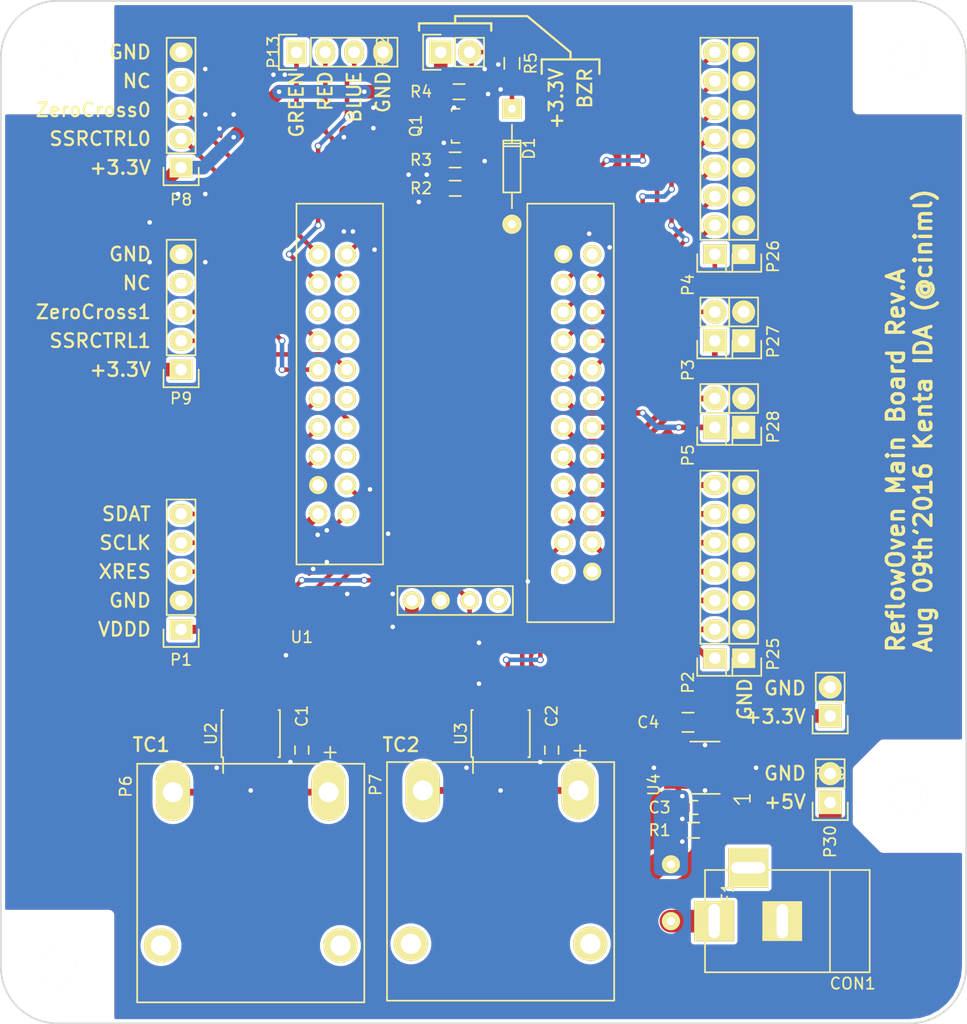
<source format=kicad_pcb>
(kicad_pcb (version 4) (host pcbnew 4.0.1-stable)
  (layers (0 F.Cu signal) (31 B.Cu signal) (34 B.Paste user) (35 F.Paste user) (36 B.SilkS user) (37 F.SilkS user) (38 B.Mask user) (39 F.Mask user) (44 Edge.Cuts user))
  (net 0 "")
  (net 1 GND)
  (net 2 +3V3)
  (net 3 "Net-(CON1-Pad1)")
  (net 4 "Net-(CON1-Pad3)")
  (net 5 "Net-(D1-Pad1)")
  (net 6 "Net-(P1-Pad1)")
  (net 7 "Net-(P1-Pad3)")
  (net 8 "Net-(P1-Pad4)")
  (net 9 "Net-(P1-Pad5)")
  (net 10 "Net-(P2-Pad1)")
  (net 11 "Net-(P2-Pad2)")
  (net 12 "Net-(P2-Pad3)")
  (net 13 "Net-(P2-Pad4)")
  (net 14 "Net-(P2-Pad5)")
  (net 15 "Net-(P2-Pad6)")
  (net 16 "Net-(P2-Pad7)")
  (net 17 "Net-(P3-Pad1)")
  (net 18 "Net-(P3-Pad2)")
  (net 19 "Net-(P4-Pad1)")
  (net 20 "Net-(P4-Pad2)")
  (net 21 "Net-(P4-Pad3)")
  (net 22 "Net-(P4-Pad4)")
  (net 23 "Net-(P4-Pad5)")
  (net 24 "Net-(P4-Pad6)")
  (net 25 "Net-(P4-Pad7)")
  (net 26 "Net-(P4-Pad8)")
  (net 27 "Net-(P5-Pad1)")
  (net 28 "Net-(P5-Pad2)")
  (net 29 /SSRCtrl0)
  (net 30 /ZeroCross0)
  (net 31 "Net-(P8-Pad4)")
  (net 32 /SSRCtrl1)
  (net 33 /ZeroCross1)
  (net 34 "Net-(P9-Pad4)")
  (net 35 "Net-(P12-Pad2)")
  (net 36 /LedGreen)
  (net 37 /LedRed)
  (net 38 /LedBlue)
  (net 39 "Net-(Q1-Pad1)")
  (net 40 "Net-(R1-Pad2)")
  (net 41 /Buzzar)
  (net 42 "Net-(U1-Pad1.4)")
  (net 43 /CS1)
  (net 44 "Net-(U1-PadVDDA)")
  (net 45 /MISO)
  (net 46 /SCK)
  (net 47 /CS0)
  (net 48 "Net-(U1-PadVREF)")
  (net 49 "Net-(U1-Pad0.4)")
  (net 50 "Net-(U1-Pad0.5)")
  (net 51 "Net-(U2-Pad8)")
  (net 52 "Net-(U3-Pad8)")
  (net 53 "Net-(U4-Pad3)")
  (net 54 "Net-(P6-Pad-)")
  (net 55 "Net-(P6-Pad+)")
  (net 56 "Net-(P7-Pad-)")
  (net 57 "Net-(P7-Pad+)")
  (net 58 +5V)
  (module Mounting_Holes:MountingHole_3.2mm_M3 (layer F.Cu) (at 114 145)
    (fp_text reference REF** hide)
    (fp_text value MountingHole_3.2mm_M3 hide)
    (pad 1 np_thru_hole circle (at 0 0) (size 3.2 3.2) (drill 3.2) (layers *.Cu *.Mask F.SilkS))
  )
  (module Mounting_Holes:MountingHole_3.2mm_M3 (layer F.Cu) (at 189 130)
    (fp_text reference REF** hide)
    (fp_text value MountingHole_3.2mm_M3 hide)
    (pad 1 np_thru_hole circle (at 0 0) (size 3.2 3.2) (drill 3.2) (layers *.Cu *.Mask F.SilkS))
  )
  (module Mounting_Holes:MountingHole_3.2mm_M3 (layer F.Cu) (at 189 65)
    (fp_text reference REF** hide)
    (fp_text value MountingHole_3.2mm_M3 hide)
    (pad 1 np_thru_hole circle (at 0 0) (size 3.2 3.2) (drill 3.2) (layers *.Cu *.Mask F.SilkS))
  )
  (module Mounting_Holes:MountingHole_3.2mm_M3 (layer F.Cu) (at 114 65)
    (fp_text reference REF** hide)
    (fp_text value MountingHole_3.2mm_M3 hide)
    (pad 1 np_thru_hole circle (at 0 0) (size 3.2 3.2) (drill 3.2) (layers *.Cu *.Mask F.SilkS))
  )
  (module Capacitors_SMD:C_0603_HandSoldering (layer F.Cu) (at 135.5 125.95 90)
    (fp_text reference C1 (at 3 0 90) (layer F.SilkS))
    (fp_text value 100n hide)
    (pad 1 smd rect (at -0.95 0 90) (size 1.2 0.75) (layers F.Cu F.Paste F.Mask) (net 1 GND))
    (pad 2 smd rect (at 0.95 0 90) (size 1.2 0.75) (layers F.Cu F.Paste F.Mask) (net 2 +3V3))
  )
  (module Capacitors_SMD:C_0603_HandSoldering (layer F.Cu) (at 157.5 125.95 90)
    (fp_text reference C2 (at 3 0 90) (layer F.SilkS))
    (fp_text value 100n hide)
    (pad 1 smd rect (at -0.95 0 90) (size 1.2 0.75) (layers F.Cu F.Paste F.Mask) (net 1 GND))
    (pad 2 smd rect (at 0.95 0 90) (size 1.2 0.75) (layers F.Cu F.Paste F.Mask) (net 2 +3V3))
  )
  (module Capacitors_SMD:C_0603_HandSoldering (layer F.Cu) (at 170 131 180)
    (fp_text reference C3 (at 3 0 180) (layer F.SilkS))
    (fp_text value 330n hide)
    (pad 1 smd rect (at -0.95 0 180) (size 1.2 0.75) (layers F.Cu F.Paste F.Mask) (net 1 GND))
    (pad 2 smd rect (at 0.95 0 180) (size 1.2 0.75) (layers F.Cu F.Paste F.Mask) (net 58 +5V))
  )
  (module Capacitors_SMD:C_0805_HandSoldering (layer F.Cu) (at 169.5 123.5 180)
    (fp_text reference C4 (at 3.5 0 180) (layer F.SilkS))
    (fp_text value 10u,6.3V hide)
    (pad 1 smd rect (at -1.25 0 180) (size 1.5 1.25) (layers F.Cu F.Paste F.Mask) (net 1 GND))
    (pad 2 smd rect (at 1.25 0 180) (size 1.5 1.25) (layers F.Cu F.Paste F.Mask) (net 2 +3V3))
  )
  (module Connect:BARREL_JACK (layer F.Cu) (at 178 141 180)
    (fp_text reference CON1 (at -6 -5.5 360) (layer F.SilkS))
    (fp_text value BARREL_JACK hide)
    (pad 1 thru_hole rect (at 6.20014 0 180) (size 3.50012 3.50012) (drill oval 1.00076 2.99974) (layers *.Cu *.Mask F.SilkS) (net 3 "Net-(CON1-Pad1)"))
    (pad 2 thru_hole rect (at 0.20066 0 180) (size 3.50012 3.50012) (drill oval 1.00076 2.99974) (layers *.Cu *.Mask F.SilkS) (net 1 GND))
    (pad 3 thru_hole rect (at 3.2004 4.699 180) (size 3.50012 3.50012) (drill oval 2.99974 1.00076) (layers *.Cu *.Mask F.SilkS) (net 4 "Net-(CON1-Pad3)"))
  )
  (module Diodes_ThroughHole:Diode_DO-35_SOD27_Horizontal_RM10 (layer F.Cu) (at 153.99746 69.49948 270)
    (fp_text reference D1 (at 3.50052 -1.50254 270) (layer F.SilkS))
    (fp_text value 5.1V hide)
    (pad 2 thru_hole circle (at 10.16052 -0.00254 90) (size 1.69926 1.69926) (drill 0.70104) (layers *.Cu *.Mask F.SilkS) (net 1 GND))
    (pad 1 thru_hole rect (at 0.00052 -0.00254 90) (size 1.69926 1.69926) (drill 0.70104) (layers *.Cu *.Mask F.SilkS) (net 5 "Net-(D1-Pad1)"))
  )
  (module akiduki_protection:RXEF050 (layer F.Cu) (at 168 138.5 90)
    (fp_text reference F1 (at 0 5 90) (layer F.SilkS))
    (fp_text value 500mA hide)
    (pad 1 thru_hole circle (at -2.5 0 90) (size 1.6 1.6) (drill 0.7) (layers *.Cu *.Mask F.SilkS) (net 3 "Net-(CON1-Pad1)"))
    (pad 2 thru_hole circle (at 2.5 0 90) (size 1.6 1.6) (drill 0.7) (layers *.Cu *.Mask F.SilkS) (net 58 +5V))
  )
  (module Pin_Headers:Pin_Header_Straight_1x05 (layer F.Cu) (at 124.87 115.32 180)
    (fp_text reference P1 (at 0 -2.68 180) (layer F.SilkS))
    (fp_text value CONN_01X05 hide)
    (pad 1 thru_hole rect (at 0 0 180) (size 2.032 1.7272) (drill 1.016) (layers *.Cu *.Mask F.SilkS) (net 6 "Net-(P1-Pad1)"))
    (pad 2 thru_hole oval (at 0 2.54 180) (size 2.032 1.7272) (drill 1.016) (layers *.Cu *.Mask F.SilkS) (net 1 GND))
    (pad 3 thru_hole oval (at 0 5.08 180) (size 2.032 1.7272) (drill 1.016) (layers *.Cu *.Mask F.SilkS) (net 7 "Net-(P1-Pad3)"))
    (pad 4 thru_hole oval (at 0 7.62 180) (size 2.032 1.7272) (drill 1.016) (layers *.Cu *.Mask F.SilkS) (net 8 "Net-(P1-Pad4)"))
    (pad 5 thru_hole oval (at 0 10.16 180) (size 2.032 1.7272) (drill 1.016) (layers *.Cu *.Mask F.SilkS) (net 9 "Net-(P1-Pad5)"))
  )
  (module Pin_Headers:Pin_Header_Straight_1x07 (layer F.Cu) (at 171.86 117.86 180)
    (fp_text reference P2 (at 2.36 -2.14 270) (layer F.SilkS))
    (fp_text value CONN_01X07 hide)
    (pad 1 thru_hole rect (at 0 0 180) (size 2.032 1.7272) (drill 1.016) (layers *.Cu *.Mask F.SilkS) (net 10 "Net-(P2-Pad1)"))
    (pad 2 thru_hole oval (at 0 2.54 180) (size 2.032 1.7272) (drill 1.016) (layers *.Cu *.Mask F.SilkS) (net 11 "Net-(P2-Pad2)"))
    (pad 3 thru_hole oval (at 0 5.08 180) (size 2.032 1.7272) (drill 1.016) (layers *.Cu *.Mask F.SilkS) (net 12 "Net-(P2-Pad3)"))
    (pad 4 thru_hole oval (at 0 7.62 180) (size 2.032 1.7272) (drill 1.016) (layers *.Cu *.Mask F.SilkS) (net 13 "Net-(P2-Pad4)"))
    (pad 5 thru_hole oval (at 0 10.16 180) (size 2.032 1.7272) (drill 1.016) (layers *.Cu *.Mask F.SilkS) (net 14 "Net-(P2-Pad5)"))
    (pad 6 thru_hole oval (at 0 12.7 180) (size 2.032 1.7272) (drill 1.016) (layers *.Cu *.Mask F.SilkS) (net 15 "Net-(P2-Pad6)"))
    (pad 7 thru_hole oval (at 0 15.24 180) (size 2.032 1.7272) (drill 1.016) (layers *.Cu *.Mask F.SilkS) (net 16 "Net-(P2-Pad7)"))
  )
  (module Pin_Headers:Pin_Header_Straight_1x02 (layer F.Cu) (at 171.86 89.92 180)
    (fp_text reference P3 (at 2.36 -2.58 270) (layer F.SilkS))
    (fp_text value CONN_01X02 hide)
    (pad 1 thru_hole rect (at 0 0 180) (size 2.032 2.032) (drill 1.016) (layers *.Cu *.Mask F.SilkS) (net 17 "Net-(P3-Pad1)"))
    (pad 2 thru_hole oval (at 0 2.54 180) (size 2.032 2.032) (drill 1.016) (layers *.Cu *.Mask F.SilkS) (net 18 "Net-(P3-Pad2)"))
  )
  (module Pin_Headers:Pin_Header_Straight_1x08 (layer F.Cu) (at 171.86 82.3 180)
    (fp_text reference P4 (at 2.36 -2.7 270) (layer F.SilkS))
    (fp_text value CONN_01X08 hide)
    (pad 1 thru_hole rect (at 0 0 180) (size 2.032 1.7272) (drill 1.016) (layers *.Cu *.Mask F.SilkS) (net 19 "Net-(P4-Pad1)"))
    (pad 2 thru_hole oval (at 0 2.54 180) (size 2.032 1.7272) (drill 1.016) (layers *.Cu *.Mask F.SilkS) (net 20 "Net-(P4-Pad2)"))
    (pad 3 thru_hole oval (at 0 5.08 180) (size 2.032 1.7272) (drill 1.016) (layers *.Cu *.Mask F.SilkS) (net 21 "Net-(P4-Pad3)"))
    (pad 4 thru_hole oval (at 0 7.62 180) (size 2.032 1.7272) (drill 1.016) (layers *.Cu *.Mask F.SilkS) (net 22 "Net-(P4-Pad4)"))
    (pad 5 thru_hole oval (at 0 10.16 180) (size 2.032 1.7272) (drill 1.016) (layers *.Cu *.Mask F.SilkS) (net 23 "Net-(P4-Pad5)"))
    (pad 6 thru_hole oval (at 0 12.7 180) (size 2.032 1.7272) (drill 1.016) (layers *.Cu *.Mask F.SilkS) (net 24 "Net-(P4-Pad6)"))
    (pad 7 thru_hole oval (at 0 15.24 180) (size 2.032 1.7272) (drill 1.016) (layers *.Cu *.Mask F.SilkS) (net 25 "Net-(P4-Pad7)"))
    (pad 8 thru_hole oval (at 0 17.78 180) (size 2.032 1.7272) (drill 1.016) (layers *.Cu *.Mask F.SilkS) (net 26 "Net-(P4-Pad8)"))
  )
  (module Pin_Headers:Pin_Header_Straight_1x02 (layer F.Cu) (at 171.86 97.54 180)
    (fp_text reference P5 (at 2.36 -2.46 270) (layer F.SilkS))
    (fp_text value CONN_01X02 hide)
    (pad 1 thru_hole rect (at 0 0 180) (size 2.032 2.032) (drill 1.016) (layers *.Cu *.Mask F.SilkS) (net 27 "Net-(P5-Pad1)"))
    (pad 2 thru_hole oval (at 0 2.54 180) (size 2.032 2.032) (drill 1.016) (layers *.Cu *.Mask F.SilkS) (net 28 "Net-(P5-Pad2)"))
  )
  (module Pin_Headers:Pin_Header_Straight_1x05 (layer F.Cu) (at 124.87 74.68 180)
    (fp_text reference P8 (at 0 -2.82 180) (layer F.SilkS))
    (fp_text value CONN_01X05 hide)
    (pad 1 thru_hole rect (at 0 0 180) (size 2.032 1.7272) (drill 1.016) (layers *.Cu *.Mask F.SilkS) (net 2 +3V3))
    (pad 2 thru_hole oval (at 0 2.54 180) (size 2.032 1.7272) (drill 1.016) (layers *.Cu *.Mask F.SilkS) (net 29 /SSRCtrl0))
    (pad 3 thru_hole oval (at 0 5.08 180) (size 2.032 1.7272) (drill 1.016) (layers *.Cu *.Mask F.SilkS) (net 30 /ZeroCross0))
    (pad 4 thru_hole oval (at 0 7.62 180) (size 2.032 1.7272) (drill 1.016) (layers *.Cu *.Mask F.SilkS) (net 31 "Net-(P8-Pad4)"))
    (pad 5 thru_hole oval (at 0 10.16 180) (size 2.032 1.7272) (drill 1.016) (layers *.Cu *.Mask F.SilkS) (net 1 GND))
  )
  (module Pin_Headers:Pin_Header_Straight_1x05 (layer F.Cu) (at 124.87 92.46 180)
    (fp_text reference P9 (at 0 -2.54 180) (layer F.SilkS))
    (fp_text value CONN_01X05 hide)
    (pad 1 thru_hole rect (at 0 0 180) (size 2.032 1.7272) (drill 1.016) (layers *.Cu *.Mask F.SilkS) (net 2 +3V3))
    (pad 2 thru_hole oval (at 0 2.54 180) (size 2.032 1.7272) (drill 1.016) (layers *.Cu *.Mask F.SilkS) (net 32 /SSRCtrl1))
    (pad 3 thru_hole oval (at 0 5.08 180) (size 2.032 1.7272) (drill 1.016) (layers *.Cu *.Mask F.SilkS) (net 33 /ZeroCross1))
    (pad 4 thru_hole oval (at 0 7.62 180) (size 2.032 1.7272) (drill 1.016) (layers *.Cu *.Mask F.SilkS) (net 34 "Net-(P9-Pad4)"))
    (pad 5 thru_hole oval (at 0 10.16 180) (size 2.032 1.7272) (drill 1.016) (layers *.Cu *.Mask F.SilkS) (net 1 GND))
  )
  (module Pin_Headers:Pin_Header_Straight_1x02 (layer F.Cu) (at 147.73 64.52 90)
    (fp_text reference P12 (at 0 -5.1 90) (layer F.SilkS))
    (fp_text value CONN_01X02 hide)
    (pad 1 thru_hole rect (at 0 0 90) (size 2.032 2.032) (drill 1.016) (layers *.Cu *.Mask F.SilkS) (net 2 +3V3))
    (pad 2 thru_hole oval (at 0 2.54 90) (size 2.032 2.032) (drill 1.016) (layers *.Cu *.Mask F.SilkS) (net 35 "Net-(P12-Pad2)"))
  )
  (module Pin_Headers:Pin_Header_Straight_1x04 (layer F.Cu) (at 135.03 64.52 90)
    (fp_text reference P13 (at 0 -2.03 90) (layer F.SilkS))
    (fp_text value CONN_01X04 hide)
    (pad 1 thru_hole rect (at 0 0 90) (size 2.032 1.7272) (drill 1.016) (layers *.Cu *.Mask F.SilkS) (net 36 /LedGreen))
    (pad 2 thru_hole oval (at 0 2.54 90) (size 2.032 1.7272) (drill 1.016) (layers *.Cu *.Mask F.SilkS) (net 37 /LedRed))
    (pad 3 thru_hole oval (at 0 5.08 90) (size 2.032 1.7272) (drill 1.016) (layers *.Cu *.Mask F.SilkS) (net 38 /LedBlue))
    (pad 4 thru_hole oval (at 0 7.62 90) (size 2.032 1.7272) (drill 1.016) (layers *.Cu *.Mask F.SilkS) (net 1 GND))
  )
  (module Resistors_SMD:R_0603_HandSoldering (layer F.Cu) (at 170 133)
    (fp_text reference R1 (at -3 0) (layer F.SilkS))
    (fp_text value 10k hide)
    (pad 1 smd rect (at -1.1 0) (size 1.2 0.9) (layers F.Cu F.Paste F.Mask) (net 58 +5V))
    (pad 2 smd rect (at 1.1 0) (size 1.2 0.9) (layers F.Cu F.Paste F.Mask) (net 40 "Net-(R1-Pad2)"))
  )
  (module Resistors_SMD:R_0603_HandSoldering (layer F.Cu) (at 149 76.5 180)
    (fp_text reference R2 (at 3 0 180) (layer F.SilkS))
    (fp_text value 100 hide)
    (pad 1 smd rect (at -1.1 0 180) (size 1.2 0.9) (layers F.Cu F.Paste F.Mask) (net 39 "Net-(Q1-Pad1)"))
    (pad 2 smd rect (at 1.1 0 180) (size 1.2 0.9) (layers F.Cu F.Paste F.Mask) (net 41 /Buzzar))
  )
  (module Resistors_SMD:R_0603_HandSoldering (layer F.Cu) (at 149 74)
    (fp_text reference R3 (at -3 0) (layer F.SilkS))
    (fp_text value 10k hide)
    (pad 1 smd rect (at -1.1 0) (size 1.2 0.9) (layers F.Cu F.Paste F.Mask) (net 1 GND))
    (pad 2 smd rect (at 1.1 0) (size 1.2 0.9) (layers F.Cu F.Paste F.Mask) (net 39 "Net-(Q1-Pad1)"))
  )
  (module Resistors_SMD:R_0603_HandSoldering (layer F.Cu) (at 149.34 68 180)
    (fp_text reference R4 (at 3.34 0 180) (layer F.SilkS))
    (fp_text value 1k hide)
    (pad 1 smd rect (at -1.1 0 180) (size 1.2 0.9) (layers F.Cu F.Paste F.Mask) (net 35 "Net-(P12-Pad2)"))
    (pad 2 smd rect (at 1.1 0 180) (size 1.2 0.9) (layers F.Cu F.Paste F.Mask) (net 2 +3V3))
  )
  (module Resistors_SMD:R_0603_HandSoldering (layer F.Cu) (at 154 65.5 90)
    (fp_text reference R5 (at 0 1.66 90) (layer F.SilkS))
    (fp_text value 470 hide)
    (pad 1 smd rect (at -1.1 0 90) (size 1.2 0.9) (layers F.Cu F.Paste F.Mask) (net 5 "Net-(D1-Pad1)"))
    (pad 2 smd rect (at 1.1 0 90) (size 1.2 0.9) (layers F.Cu F.Paste F.Mask) (net 35 "Net-(P12-Pad2)"))
  )
  (module Housings_SOIC:SOIC-8_3.9x4.9mm_Pitch1.27mm (layer F.Cu) (at 131 124.5 90)
    (fp_text reference U2 (at 0 -3.5 90) (layer F.SilkS))
    (fp_text value MAX31855KASA hide)
    (pad 1 smd rect (at -2.7 -1.905 90) (size 1.55 0.6) (layers F.Cu F.Paste F.Mask) (net 1 GND))
    (pad 2 smd rect (at -2.7 -0.635 90) (size 1.55 0.6) (layers F.Cu F.Paste F.Mask) (net 54 "Net-(P6-Pad-)"))
    (pad 3 smd rect (at -2.7 0.635 90) (size 1.55 0.6) (layers F.Cu F.Paste F.Mask) (net 55 "Net-(P6-Pad+)"))
    (pad 4 smd rect (at -2.7 1.905 90) (size 1.55 0.6) (layers F.Cu F.Paste F.Mask) (net 2 +3V3))
    (pad 5 smd rect (at 2.7 1.905 90) (size 1.55 0.6) (layers F.Cu F.Paste F.Mask) (net 46 /SCK))
    (pad 6 smd rect (at 2.7 0.635 90) (size 1.55 0.6) (layers F.Cu F.Paste F.Mask) (net 47 /CS0))
    (pad 7 smd rect (at 2.7 -0.635 90) (size 1.55 0.6) (layers F.Cu F.Paste F.Mask) (net 45 /MISO))
    (pad 8 smd rect (at 2.7 -1.905 90) (size 1.55 0.6) (layers F.Cu F.Paste F.Mask) (net 51 "Net-(U2-Pad8)"))
  )
  (module Housings_SOIC:SOIC-8_3.9x4.9mm_Pitch1.27mm (layer F.Cu) (at 153 124.5 90)
    (fp_text reference U3 (at 0 -3.5 90) (layer F.SilkS))
    (fp_text value MAX31855KASA hide)
    (pad 1 smd rect (at -2.7 -1.905 90) (size 1.55 0.6) (layers F.Cu F.Paste F.Mask) (net 1 GND))
    (pad 2 smd rect (at -2.7 -0.635 90) (size 1.55 0.6) (layers F.Cu F.Paste F.Mask) (net 56 "Net-(P7-Pad-)"))
    (pad 3 smd rect (at -2.7 0.635 90) (size 1.55 0.6) (layers F.Cu F.Paste F.Mask) (net 57 "Net-(P7-Pad+)"))
    (pad 4 smd rect (at -2.7 1.905 90) (size 1.55 0.6) (layers F.Cu F.Paste F.Mask) (net 2 +3V3))
    (pad 5 smd rect (at 2.7 1.905 90) (size 1.55 0.6) (layers F.Cu F.Paste F.Mask) (net 46 /SCK))
    (pad 6 smd rect (at 2.7 0.635 90) (size 1.55 0.6) (layers F.Cu F.Paste F.Mask) (net 43 /CS1))
    (pad 7 smd rect (at 2.7 -0.635 90) (size 1.55 0.6) (layers F.Cu F.Paste F.Mask) (net 45 /MISO))
    (pad 8 smd rect (at 2.7 -1.905 90) (size 1.55 0.6) (layers F.Cu F.Paste F.Mask) (net 52 "Net-(U3-Pad8)"))
  )
  (module TO_SOT_Packages_SMD:SOT89-5_Housing_Handsoldering (layer F.Cu) (at 171 127.5 90)
    (fp_text reference U4 (at -1.5 -4.5 90) (layer F.SilkS))
    (fp_text value NJM2884U1-33 hide)
    (pad 2 smd trapezoid (at 0 -0.72644 90) (size 1.50114 0.7493) (rect_delta 0 0.50038) (layers F.Cu F.Paste F.Mask) (net 1 GND))
    (pad 5 smd rect (at -1.50114 -2.35204 90) (size 0.70104 2.5019) (layers F.Cu F.Paste F.Mask) (net 58 +5V))
    (pad 4 smd rect (at 1.50114 -2.35204 90) (size 0.70104 2.5019) (layers F.Cu F.Paste F.Mask) (net 2 +3V3))
    (pad 1 smd rect (at -1.50114 2.35204 90) (size 0.70104 2.5019) (layers F.Cu F.Paste F.Mask) (net 40 "Net-(R1-Pad2)"))
    (pad 2 smd rect (at 0 2.35204 90) (size 1.00076 2.5019) (layers F.Cu F.Paste F.Mask) (net 1 GND))
    (pad 3 smd rect (at 1.50114 2.35204 90) (size 0.70104 2.5019) (layers F.Cu F.Paste F.Mask) (net 53 "Net-(U4-Pad3)"))
    (pad 2 smd rect (at 0 -2.35204 90) (size 1.00076 2.5019) (layers F.Cu F.Paste F.Mask) (net 1 GND))
    (pad 2 smd trapezoid (at 0 0.72644 270) (size 1.50114 0.7493) (rect_delta 0 0.50038) (layers F.Cu F.Paste F.Mask) (net 1 GND))
    (pad 2 smd rect (at 0 0 90) (size 1.99898 0.8001) (layers F.Cu F.Paste F.Mask) (net 1 GND))
  )
  (module Pin_Headers:Pin_Header_Straight_1x07 (layer F.Cu) (at 174.4 117.86 180)
    (fp_text reference P25 (at -2.6 0.36 270) (layer F.SilkS))
    (fp_text value CONN_01X07 hide)
    (pad 1 thru_hole rect (at 0 0 180) (size 2.032 1.7272) (drill 1.016) (layers *.Cu *.Mask F.SilkS) (net 1 GND))
    (pad 2 thru_hole oval (at 0 2.54 180) (size 2.032 1.7272) (drill 1.016) (layers *.Cu *.Mask F.SilkS) (net 1 GND))
    (pad 3 thru_hole oval (at 0 5.08 180) (size 2.032 1.7272) (drill 1.016) (layers *.Cu *.Mask F.SilkS) (net 1 GND))
    (pad 4 thru_hole oval (at 0 7.62 180) (size 2.032 1.7272) (drill 1.016) (layers *.Cu *.Mask F.SilkS) (net 1 GND))
    (pad 5 thru_hole oval (at 0 10.16 180) (size 2.032 1.7272) (drill 1.016) (layers *.Cu *.Mask F.SilkS) (net 1 GND))
    (pad 6 thru_hole oval (at 0 12.7 180) (size 2.032 1.7272) (drill 1.016) (layers *.Cu *.Mask F.SilkS) (net 1 GND))
    (pad 7 thru_hole oval (at 0 15.24 180) (size 2.032 1.7272) (drill 1.016) (layers *.Cu *.Mask F.SilkS) (net 1 GND))
  )
  (module Pin_Headers:Pin_Header_Straight_1x08 (layer F.Cu) (at 174.4 82.3 180)
    (fp_text reference P26 (at -2.6 -0.2 270) (layer F.SilkS))
    (fp_text value CONN_01X08 hide)
    (pad 1 thru_hole rect (at 0 0 180) (size 2.032 1.7272) (drill 1.016) (layers *.Cu *.Mask F.SilkS) (net 1 GND))
    (pad 2 thru_hole oval (at 0 2.54 180) (size 2.032 1.7272) (drill 1.016) (layers *.Cu *.Mask F.SilkS) (net 1 GND))
    (pad 3 thru_hole oval (at 0 5.08 180) (size 2.032 1.7272) (drill 1.016) (layers *.Cu *.Mask F.SilkS) (net 1 GND))
    (pad 4 thru_hole oval (at 0 7.62 180) (size 2.032 1.7272) (drill 1.016) (layers *.Cu *.Mask F.SilkS) (net 1 GND))
    (pad 5 thru_hole oval (at 0 10.16 180) (size 2.032 1.7272) (drill 1.016) (layers *.Cu *.Mask F.SilkS) (net 1 GND))
    (pad 6 thru_hole oval (at 0 12.7 180) (size 2.032 1.7272) (drill 1.016) (layers *.Cu *.Mask F.SilkS) (net 1 GND))
    (pad 7 thru_hole oval (at 0 15.24 180) (size 2.032 1.7272) (drill 1.016) (layers *.Cu *.Mask F.SilkS) (net 1 GND))
    (pad 8 thru_hole oval (at 0 17.78 180) (size 2.032 1.7272) (drill 1.016) (layers *.Cu *.Mask F.SilkS) (net 1 GND))
  )
  (module Pin_Headers:Pin_Header_Straight_1x02 (layer F.Cu) (at 174.4 89.92 180)
    (fp_text reference P27 (at -2.6 -0.08 270) (layer F.SilkS))
    (fp_text value CONN_01X02 hide)
    (pad 1 thru_hole rect (at 0 0 180) (size 2.032 2.032) (drill 1.016) (layers *.Cu *.Mask F.SilkS) (net 1 GND))
    (pad 2 thru_hole oval (at 0 2.54 180) (size 2.032 2.032) (drill 1.016) (layers *.Cu *.Mask F.SilkS) (net 1 GND))
  )
  (module Pin_Headers:Pin_Header_Straight_1x02 (layer F.Cu) (at 174.4 97.54 180)
    (fp_text reference P28 (at -2.6 0.04 270) (layer F.SilkS))
    (fp_text value CONN_01X02 hide)
    (pad 1 thru_hole rect (at 0 0 180) (size 2.032 2.032) (drill 1.016) (layers *.Cu *.Mask F.SilkS) (net 1 GND))
    (pad 2 thru_hole oval (at 0 2.54 180) (size 2.032 2.032) (drill 1.016) (layers *.Cu *.Mask F.SilkS) (net 1 GND))
  )
  (module TO_SOT_Packages_SMD:SOT-23_Handsoldering (layer F.Cu) (at 149.34 71 90)
    (fp_text reference Q1 (at 0 -3.81 90) (layer F.SilkS))
    (fp_text value 2N7002 hide)
    (pad 1 smd rect (at -0.95 1.50114 90) (size 0.8001 1.80086) (layers F.Cu F.Paste F.Mask) (net 39 "Net-(Q1-Pad1)"))
    (pad 2 smd rect (at 0.95 1.50114 90) (size 0.8001 1.80086) (layers F.Cu F.Paste F.Mask) (net 35 "Net-(P12-Pad2)"))
    (pad 3 smd rect (at 0 -1.50114 90) (size 0.8001 1.80086) (layers F.Cu F.Paste F.Mask) (net 1 GND))
  )
  (module Pin_Headers:Pin_Header_Straight_1x02 (layer F.Cu) (at 182.02 122.94 180)
    (fp_text reference P29 (at 0 -5.1 180) (layer F.SilkS))
    (fp_text value CONN_01X02 hide)
    (pad 1 thru_hole rect (at 0 0 180) (size 2.032 2.032) (drill 1.016) (layers *.Cu *.Mask F.SilkS) (net 2 +3V3))
    (pad 2 thru_hole oval (at 0 2.54 180) (size 2.032 2.032) (drill 1.016) (layers *.Cu *.Mask F.SilkS) (net 1 GND))
  )
  (module Pin_Headers:Pin_Header_Straight_1x02 (layer F.Cu) (at 182.02 130.56 180)
    (fp_text reference P30 (at 0 -3.44 270) (layer F.SilkS))
    (fp_text value CONN_01X02 hide)
    (pad 1 thru_hole rect (at 0 0 180) (size 2.032 2.032) (drill 1.016) (layers *.Cu *.Mask F.SilkS) (net 58 +5V))
    (pad 2 thru_hole oval (at 0 2.54 180) (size 2.032 2.032) (drill 1.016) (layers *.Cu *.Mask F.SilkS) (net 1 GND))
  )
  (module CypressModule:CY8CKIT-142 (layer F.Cu) (at 149 95)
    (fp_text reference U1 (at -13.5 21) (layer F.SilkS))
    (fp_text value CY8CKIT-142 hide)
    (pad 4.0 thru_hole circle (at 9.525 0) (size 1.6 1.6) (drill 1) (layers *.Cu *.Mask F.SilkS) (net 27 "Net-(P5-Pad1)"))
    (pad 1.4 thru_hole circle (at -9.525 0) (size 1.6 1.6) (drill 1) (layers *.Cu *.Mask F.SilkS) (net 42 "Net-(U1-Pad1.4)"))
    (pad 5.1 thru_hole circle (at 12.065 0) (size 1.6 1.6) (drill 1) (layers *.Cu *.Mask F.SilkS) (net 18 "Net-(P3-Pad2)"))
    (pad 4.1 thru_hole circle (at 9.525 2.54) (size 1.6 1.6) (drill 1) (layers *.Cu *.Mask F.SilkS) (net 28 "Net-(P5-Pad2)"))
    (pad 2.6 thru_hole circle (at 9.525 5.08) (size 1.6 1.6) (drill 1) (layers *.Cu *.Mask F.SilkS) (net 15 "Net-(P2-Pad6)"))
    (pad 2.4 thru_hole circle (at 9.525 7.62) (size 1.6 1.6) (drill 1) (layers *.Cu *.Mask F.SilkS) (net 13 "Net-(P2-Pad4)"))
    (pad 2.2 thru_hole circle (at 9.525 10.16) (size 1.6 1.6) (drill 1) (layers *.Cu *.Mask F.SilkS) (net 11 "Net-(P2-Pad2)"))
    (pad 2.0 thru_hole circle (at 9.525 12.7) (size 1.6 1.6) (drill 1) (layers *.Cu *.Mask F.SilkS) (net 43 /CS1))
    (pad 2.1 thru_hole circle (at 12.065 12.7) (size 1.6 1.6) (drill 1) (layers *.Cu *.Mask F.SilkS) (net 10 "Net-(P2-Pad1)"))
    (pad 2.3 thru_hole circle (at 12.065 10.16) (size 1.6 1.6) (drill 1) (layers *.Cu *.Mask F.SilkS) (net 12 "Net-(P2-Pad3)"))
    (pad 2.5 thru_hole circle (at 12.065 7.62) (size 1.6 1.6) (drill 1) (layers *.Cu *.Mask F.SilkS) (net 14 "Net-(P2-Pad5)"))
    (pad 2.7 thru_hole circle (at 12.065 5.08) (size 1.6 1.6) (drill 1) (layers *.Cu *.Mask F.SilkS) (net 16 "Net-(P2-Pad7)"))
    (pad 5.0 thru_hole circle (at 12.065 2.54) (size 1.6 1.6) (drill 1) (layers *.Cu *.Mask F.SilkS) (net 17 "Net-(P3-Pad1)"))
    (pad VDDR thru_hole circle (at 9.525 15.24) (size 1.6 1.6) (drill 1) (layers *.Cu *.Mask F.SilkS))
    (pad GND thru_hole circle (at 12.065 15.24) (size 1.6 1.6) (drill 1) (layers *.Cu *.Mask F.SilkS) (net 1 GND))
    (pad 3.0 thru_hole circle (at 9.525 -2.54) (size 1.6 1.6) (drill 1) (layers *.Cu *.Mask F.SilkS) (net 19 "Net-(P4-Pad1)"))
    (pad 3.2 thru_hole circle (at 9.525 -5.08) (size 1.6 1.6) (drill 1) (layers *.Cu *.Mask F.SilkS) (net 21 "Net-(P4-Pad3)"))
    (pad 3.4 thru_hole circle (at 9.525 -7.62) (size 1.6 1.6) (drill 1) (layers *.Cu *.Mask F.SilkS) (net 23 "Net-(P4-Pad5)"))
    (pad 3.6 thru_hole circle (at 9.525 -10.16) (size 1.6 1.6) (drill 1) (layers *.Cu *.Mask F.SilkS) (net 25 "Net-(P4-Pad7)"))
    (pad GND thru_hole circle (at 9.525 -12.7) (size 1.6 1.6) (drill 1) (layers *.Cu *.Mask F.SilkS) (net 1 GND))
    (pad VDDA thru_hole circle (at 12.065 -12.7) (size 1.6 1.6) (drill 1) (layers *.Cu *.Mask F.SilkS) (net 44 "Net-(U1-PadVDDA)"))
    (pad 3.7 thru_hole circle (at 12.065 -10.16) (size 1.6 1.6) (drill 1) (layers *.Cu *.Mask F.SilkS) (net 26 "Net-(P4-Pad8)"))
    (pad 3.5 thru_hole circle (at 12.065 -7.62) (size 1.6 1.6) (drill 1) (layers *.Cu *.Mask F.SilkS) (net 24 "Net-(P4-Pad6)"))
    (pad 3.3 thru_hole circle (at 12.065 -5.08) (size 1.6 1.6) (drill 1) (layers *.Cu *.Mask F.SilkS) (net 22 "Net-(P4-Pad4)"))
    (pad 3.1 thru_hole circle (at 12.065 -2.54) (size 1.6 1.6) (drill 1) (layers *.Cu *.Mask F.SilkS) (net 20 "Net-(P4-Pad2)"))
    (pad 1.3 thru_hole circle (at -9.525 2.54) (size 1.6 1.6) (drill 1) (layers *.Cu *.Mask F.SilkS) (net 32 /SSRCtrl1))
    (pad 1.5 thru_hole circle (at -9.525 5.08) (size 1.6 1.6) (drill 1) (layers *.Cu *.Mask F.SilkS) (net 45 /MISO))
    (pad 1.7 thru_hole circle (at -9.525 7.62) (size 1.6 1.6) (drill 1) (layers *.Cu *.Mask F.SilkS) (net 46 /SCK))
    (pad 1.6 thru_hole circle (at -9.525 10.16) (size 1.6 1.6) (drill 1) (layers *.Cu *.Mask F.SilkS) (net 47 /CS0))
    (pad VDDD thru_hole circle (at -12.065 10.16) (size 1.6 1.6) (drill 1) (layers *.Cu *.Mask F.SilkS) (net 6 "Net-(P1-Pad1)"))
    (pad GND thru_hole circle (at -12.065 7.62) (size 1.6 1.6) (drill 1) (layers *.Cu *.Mask F.SilkS) (net 1 GND))
    (pad XRES thru_hole circle (at -12.065 5.08) (size 1.6 1.6) (drill 1) (layers *.Cu *.Mask F.SilkS) (net 7 "Net-(P1-Pad3)"))
    (pad 0.7 thru_hole circle (at -12.065 2.54) (size 1.6 1.6) (drill 1) (layers *.Cu *.Mask F.SilkS) (net 8 "Net-(P1-Pad4)"))
    (pad 0.6 thru_hole circle (at -12.065 0) (size 1.6 1.6) (drill 1) (layers *.Cu *.Mask F.SilkS) (net 9 "Net-(P1-Pad5)"))
    (pad 1.2 thru_hole circle (at -12.065 -2.54) (size 1.6 1.6) (drill 1) (layers *.Cu *.Mask F.SilkS) (net 29 /SSRCtrl0))
    (pad 1.1 thru_hole circle (at -9.525 -2.54) (size 1.6 1.6) (drill 1) (layers *.Cu *.Mask F.SilkS) (net 33 /ZeroCross1))
    (pad VREF thru_hole circle (at -9.525 -5.08) (size 1.6 1.6) (drill 1) (layers *.Cu *.Mask F.SilkS) (net 48 "Net-(U1-PadVREF)"))
    (pad 0.4 thru_hole circle (at -9.525 -7.62) (size 1.6 1.6) (drill 1) (layers *.Cu *.Mask F.SilkS) (net 49 "Net-(U1-Pad0.4)"))
    (pad 0.2 thru_hole circle (at -9.525 -10.16) (size 1.6 1.6) (drill 1) (layers *.Cu *.Mask F.SilkS) (net 37 /LedRed))
    (pad 0.0 thru_hole circle (at -9.525 -12.7) (size 1.6 1.6) (drill 1) (layers *.Cu *.Mask F.SilkS) (net 41 /Buzzar))
    (pad 0.1 thru_hole circle (at -12.065 -12.7) (size 1.6 1.6) (drill 1) (layers *.Cu *.Mask F.SilkS) (net 36 /LedGreen))
    (pad 0.3 thru_hole circle (at -12.065 -10.16) (size 1.6 1.6) (drill 1) (layers *.Cu *.Mask F.SilkS) (net 38 /LedBlue))
    (pad 0.5 thru_hole circle (at -12.065 -7.62) (size 1.6 1.6) (drill 1) (layers *.Cu *.Mask F.SilkS) (net 50 "Net-(U1-Pad0.5)"))
    (pad 1.0 thru_hole circle (at -12.065 -5.08) (size 1.6 1.6) (drill 1) (layers *.Cu *.Mask F.SilkS) (net 30 /ZeroCross0))
    (pad GND thru_hole circle (at -1.27 17.78) (size 1.6 1.6) (drill 1) (layers *.Cu *.Mask F.SilkS) (net 1 GND))
    (pad 1.5 thru_hole circle (at 1.27 17.78) (size 1.6 1.6) (drill 1) (layers *.Cu *.Mask F.SilkS) (net 45 /MISO))
    (pad 1.4 thru_hole circle (at 3.81 17.78) (size 1.6 1.6) (drill 1) (layers *.Cu *.Mask F.SilkS) (net 42 "Net-(U1-Pad1.4)"))
    (pad VDD thru_hole circle (at -3.81 17.78) (size 1.6 1.6) (drill 1) (layers *.Cu *.Mask F.SilkS) (net 2 +3V3))
  )
  (module elecrow_terminal:PCC-SMP (layer F.Cu) (at 153 143 270)
    (fp_text reference P7 (at -14 11 270) (layer F.SilkS))
    (fp_text value PCC-SMP)
    (pad - thru_hole oval (at -13.5 6.85 270) (size 5 3) (drill 1.77) (layers *.Cu *.Mask F.SilkS) (net 56 "Net-(P7-Pad-)"))
    (pad + thru_hole oval (at -13.5 -6.85 270) (size 5 3) (drill 1.77) (layers *.Cu *.Mask F.SilkS) (net 57 "Net-(P7-Pad+)"))
    (pad ~ thru_hole circle (at 0 -7.9 270) (size 3 3) (drill 1.77) (layers *.Cu *.Mask F.SilkS))
    (pad ~ thru_hole circle (at 0 7.9 270) (size 3 3) (drill 1.77) (layers *.Cu *.Mask F.SilkS))
  )
  (module elecrow_terminal:PCC-SMP (layer F.Cu) (at 131 143.15 270)
    (fp_text reference P6 (at -14 11 270) (layer F.SilkS))
    (fp_text value PCC-SMP)
    (pad - thru_hole oval (at -13.5 6.85 270) (size 5 3) (drill 1.77) (layers *.Cu *.Mask F.SilkS) (net 54 "Net-(P6-Pad-)"))
    (pad + thru_hole oval (at -13.5 -6.85 270) (size 5 3) (drill 1.77) (layers *.Cu *.Mask F.SilkS) (net 55 "Net-(P6-Pad+)"))
    (pad ~ thru_hole circle (at 0 -7.9 270) (size 3 3) (drill 1.77) (layers *.Cu *.Mask F.SilkS))
    (pad ~ thru_hole circle (at 0 7.9 270) (size 3 3) (drill 1.77) (layers *.Cu *.Mask F.SilkS))
  )
  (gr_text "ReflowOven Main Board Rev.A\nAug 09th'2016 Kenta IDA (@ciniml)" (at 189 117.5 90) (layer F.SilkS) (effects (font (size 1.5 1.5) (thickness 0.3)) (justify left)))
  (gr_arc (start 114 145) (end 114 150) (angle 90) (layer Edge.Cuts) (width 0.15))
  (gr_arc (start 189 145) (end 194 145) (angle 90) (layer Edge.Cuts) (width 0.15))
  (gr_arc (start 189 65) (end 189 60) (angle 90) (layer Edge.Cuts) (width 0.15))
  (gr_arc (start 114 65) (end 109 65) (angle 90) (layer Edge.Cuts) (width 0.15))
  (gr_text TC1 (at 124 125.48) (layer F.SilkS) (effects (font (size 1.2 1.2) (thickness 0.2)) (justify right)))
  (gr_text TC2 (at 146 125.48) (layer F.SilkS) (effects (font (size 1.2 1.2) (thickness 0.2)) (justify right)))
  (gr_line (start 159.16 64.52) (end 159.16 65.155) (layer F.SilkS) (width 0.2))
  (gr_line (start 155.35 61.345) (end 159.16 64.52) (layer F.SilkS) (width 0.2))
  (gr_line (start 149 61.345) (end 155.35 61.345) (layer F.SilkS) (width 0.2))
  (gr_line (start 149 61.98) (end 149 61.345) (layer F.SilkS) (width 0.2))
  (gr_line (start 152.175 62.615) (end 152.175 61.98) (layer F.SilkS) (width 0.2))
  (gr_line (start 152.175 61.98) (end 152.175 62.615) (layer F.SilkS) (width 0.2))
  (gr_line (start 145.825 61.98) (end 152.175 61.98) (layer F.SilkS) (width 0.2))
  (gr_line (start 145.825 62.615) (end 145.825 61.98) (layer F.SilkS) (width 0.2))
  (gr_line (start 161.7 65.155) (end 161.7 66.425) (layer F.SilkS) (width 0.2))
  (gr_line (start 156.62 65.155) (end 161.7 65.155) (layer F.SilkS) (width 0.2))
  (gr_line (start 156.62 66.425) (end 156.62 65.155) (layer F.SilkS) (width 0.2))
  (gr_text BZR (at 160.43 65.79 90) (layer F.SilkS) (effects (font (size 1.2 1.2) (thickness 0.2)) (justify right)))
  (gr_text +3.3V (at 157.89 65.79 90) (layer F.SilkS) (effects (font (size 1.2 1.2) (thickness 0.2)) (justify right)))
  (gr_text GND (at 142.65 66.07 90) (layer F.SilkS) (effects (font (size 1.2 1.2) (thickness 0.2)) (justify right)))
  (gr_text BLUE (at 140.11 66.07 90) (layer F.SilkS) (effects (font (size 1.2 1.2) (thickness 0.2)) (justify right)))
  (gr_text RED (at 137.57 66.07 90) (layer F.SilkS) (effects (font (size 1.2 1.2) (thickness 0.2)) (justify right)))
  (gr_text GREEN (at 135.03 66.07 90) (layer F.SilkS) (effects (font (size 1.2 1.2) (thickness 0.2)) (justify right)))
  (gr_text ZeroCross0 (at 122.33 69.6) (layer F.SilkS) (effects (font (size 1.2 1.2) (thickness 0.2)) (justify right)))
  (gr_text SSRCTRL0 (at 122.33 72.14) (layer F.SilkS) (effects (font (size 1.2 1.2) (thickness 0.2)) (justify right)))
  (gr_text +3.3V (at 122.33 74.68) (layer F.SilkS) (effects (font (size 1.2 1.2) (thickness 0.2)) (justify right)))
  (gr_text NC (at 122.33 67.06) (layer F.SilkS) (effects (font (size 1.2 1.2) (thickness 0.2)) (justify right)))
  (gr_text GND (at 122.33 64.52) (layer F.SilkS) (effects (font (size 1.2 1.2) (thickness 0.2)) (justify right)))
  (gr_text GND (at 122.33 82.3) (layer F.SilkS) (effects (font (size 1.2 1.2) (thickness 0.2)) (justify right)))
  (gr_text NC (at 122.33 84.84) (layer F.SilkS) (effects (font (size 1.2 1.2) (thickness 0.2)) (justify right)))
  (gr_text ZeroCross1 (at 122.33 87.38) (layer F.SilkS) (effects (font (size 1.2 1.2) (thickness 0.2)) (justify right)))
  (gr_text SSRCTRL1 (at 122.33 89.92) (layer F.SilkS) (effects (font (size 1.2 1.2) (thickness 0.2)) (justify right)))
  (gr_text +3.3V (at 122.33 92.46) (layer F.SilkS) (effects (font (size 1.2 1.2) (thickness 0.2)) (justify right)))
  (gr_text SDAT (at 122.33 105.16) (layer F.SilkS) (effects (font (size 1.2 1.2) (thickness 0.2)) (justify right)))
  (gr_text SCLK (at 122.33 107.7) (layer F.SilkS) (effects (font (size 1.2 1.2) (thickness 0.2)) (justify right)))
  (gr_text XRES (at 122.33 110.24) (layer F.SilkS) (effects (font (size 1.2 1.2) (thickness 0.2)) (justify right)))
  (gr_text GND (at 122.33 112.78) (layer F.SilkS) (effects (font (size 1.2 1.2) (thickness 0.2)) (justify right)))
  (gr_text VDDD (at 122.33 115.32) (layer F.SilkS) (effects (font (size 1.2 1.2) (thickness 0.2)) (justify right)))
  (gr_text GND (at 174.5 119.5 90) (layer F.SilkS) (effects (font (size 1.2 1.2) (thickness 0.2)) (justify right)))
  (gr_text GND (at 180 120.5) (layer F.SilkS) (effects (font (size 1.2 1.2) (thickness 0.2)) (justify right)))
  (gr_text GND (at 180 128) (layer F.SilkS) (effects (font (size 1.2 1.2) (thickness 0.2)) (justify right)))
  (gr_text +5V (at 180 130.5) (layer F.SilkS) (effects (font (size 1.2 1.2) (thickness 0.2)) (justify right)))
  (gr_text +3.3V (at 180 123) (layer F.SilkS) (effects (font (size 1.2 1.2) (thickness 0.2)) (justify right)))
  (gr_line (start 109 145) (end 109 65) (layer Edge.Cuts) (width 0.15))
  (gr_line (start 189 150) (end 114 150) (layer Edge.Cuts) (width 0.15))
  (gr_line (start 194 65) (end 194 145) (layer Edge.Cuts) (width 0.15))
  (gr_line (start 114 60) (end 189 60) (layer Edge.Cuts) (width 0.15))
  (segment (start 160.8 80.5) (end 161.4 80.5) (width 0.25) (layer F.Cu) (net 1))
  (segment (start 161.4 80.5) (end 162.6 81.7) (width 0.25) (layer F.Cu) (net 1))
  (via (at 162.6 81.7) (size 0.6) (drill 0.4) (layers F.Cu B.Cu) (net 1))
  (segment (start 151.6 74.1) (end 154.4 74.1) (width 0.25) (layer B.Cu) (net 1))
  (segment (start 154.4 74.1) (end 160.8 80.5) (width 0.25) (layer B.Cu) (net 1))
  (via (at 160.8 80.5) (size 0.6) (drill 0.4) (layers F.Cu B.Cu) (net 1))
  (segment (start 145.8 77.7) (end 150.535002 77.7) (width 0.25) (layer F.Cu) (net 1))
  (via (at 151.6 74.1) (size 0.6) (drill 0.4) (layers F.Cu B.Cu) (net 1))
  (segment (start 150.535002 77.7) (end 151.6 76.635002) (width 0.25) (layer F.Cu) (net 1))
  (segment (start 151.6 76.635002) (end 151.6 74.1) (width 0.25) (layer F.Cu) (net 1))
  (segment (start 141.9 81.9) (end 145.8 78) (width 0.25) (layer B.Cu) (net 1))
  (segment (start 145.8 78) (end 145.8 77.7) (width 0.25) (layer B.Cu) (net 1))
  (via (at 145.8 77.7) (size 0.6) (drill 0.4) (layers F.Cu B.Cu) (net 1))
  (segment (start 141.5 103) (end 141.9 102.6) (width 0.25) (layer F.Cu) (net 1))
  (segment (start 141.9 102.6) (end 141.9 81.9) (width 0.25) (layer F.Cu) (net 1))
  (via (at 141.9 81.9) (size 0.6) (drill 0.4) (layers F.Cu B.Cu) (net 1))
  (segment (start 143.1 106.9) (end 143.1 104.6) (width 0.25) (layer B.Cu) (net 1))
  (segment (start 143.1 104.6) (end 141.5 103) (width 0.25) (layer B.Cu) (net 1))
  (via (at 141.5 103) (size 0.6) (drill 0.4) (layers F.Cu B.Cu) (net 1))
  (segment (start 155.4 111.1) (end 151.2 106.9) (width 0.25) (layer F.Cu) (net 1))
  (segment (start 151.2 106.9) (end 143.1 106.9) (width 0.25) (layer F.Cu) (net 1))
  (via (at 143.1 106.9) (size 0.6) (drill 0.4) (layers F.Cu B.Cu) (net 1))
  (segment (start 147.73 112.78) (end 149.41 111.1) (width 0.25) (layer B.Cu) (net 1))
  (segment (start 149.41 111.1) (end 155.4 111.1) (width 0.25) (layer B.Cu) (net 1))
  (via (at 155.4 111.1) (size 0.6) (drill 0.4) (layers F.Cu B.Cu) (net 1))
  (segment (start 141.8 69.4) (end 148.9 69.4) (width 0.25) (layer F.Cu) (net 1))
  (via (at 148.9 69.4) (size 0.6) (drill 0.4) (layers F.Cu B.Cu) (net 1))
  (segment (start 141.8 71.2) (end 141.8 69.4) (width 0.25) (layer B.Cu) (net 1))
  (via (at 141.8 69.4) (size 0.6) (drill 0.4) (layers F.Cu B.Cu) (net 1))
  (segment (start 139.2 72) (end 141 72) (width 0.25) (layer F.Cu) (net 1))
  (segment (start 141 72) (end 141.8 71.2) (width 0.25) (layer F.Cu) (net 1))
  (via (at 141.8 71.2) (size 0.6) (drill 0.4) (layers F.Cu B.Cu) (net 1))
  (segment (start 139.2 80.3) (end 139.2 72) (width 0.25) (layer B.Cu) (net 1))
  (via (at 139.2 72) (size 0.6) (drill 0.4) (layers F.Cu B.Cu) (net 1))
  (segment (start 140 80.3) (end 139.2 80.3) (width 0.25) (layer F.Cu) (net 1))
  (via (at 139.2 80.3) (size 0.6) (drill 0.4) (layers F.Cu B.Cu) (net 1))
  (segment (start 144.9 75.3) (end 140 80.2) (width 0.25) (layer B.Cu) (net 1))
  (segment (start 140 80.2) (end 140 80.3) (width 0.25) (layer B.Cu) (net 1))
  (via (at 140 80.3) (size 0.6) (drill 0.4) (layers F.Cu B.Cu) (net 1))
  (segment (start 146.5 75.3) (end 144.9 75.3) (width 0.25) (layer F.Cu) (net 1))
  (via (at 144.9 75.3) (size 0.6) (drill 0.4) (layers F.Cu B.Cu) (net 1))
  (segment (start 148 72.5) (end 148 73.8) (width 0.25) (layer B.Cu) (net 1))
  (segment (start 148 73.8) (end 146.5 75.3) (width 0.25) (layer B.Cu) (net 1))
  (via (at 146.5 75.3) (size 0.6) (drill 0.4) (layers F.Cu B.Cu) (net 1))
  (segment (start 127 77) (end 127 83) (width 0.25) (layer B.Cu) (net 1))
  (via (at 127 83) (size 0.6) (drill 0.4) (layers F.Cu B.Cu) (net 1))
  (segment (start 124.6 77) (end 127 77) (width 0.25) (layer F.Cu) (net 1))
  (via (at 127 77) (size 0.6) (drill 0.4) (layers F.Cu B.Cu) (net 1))
  (segment (start 122.1 79.5) (end 124.6 77) (width 0.25) (layer B.Cu) (net 1))
  (via (at 124.6 77) (size 0.6) (drill 0.4) (layers F.Cu B.Cu) (net 1))
  (segment (start 122.1 83) (end 122.1 79.5) (width 0.25) (layer F.Cu) (net 1))
  (via (at 122.1 79.5) (size 0.6) (drill 0.4) (layers F.Cu B.Cu) (net 1))
  (segment (start 124.87 82.3) (end 122.8 82.3) (width 0.25) (layer B.Cu) (net 1))
  (segment (start 122.8 82.3) (end 122.1 83) (width 0.25) (layer B.Cu) (net 1))
  (via (at 122.1 83) (size 0.6) (drill 0.4) (layers F.Cu B.Cu) (net 1))
  (segment (start 151.1 116.5) (end 151.1 120.1) (width 0.25) (layer F.Cu) (net 1))
  (via (at 151.1 120.1) (size 0.6) (drill 0.4) (layers F.Cu B.Cu) (net 1))
  (segment (start 147.73 112.78) (end 151.1 116.15) (width 0.25) (layer B.Cu) (net 1))
  (segment (start 151.1 116.15) (end 151.1 116.5) (width 0.25) (layer B.Cu) (net 1))
  (via (at 151.1 116.5) (size 0.6) (drill 0.4) (layers F.Cu B.Cu) (net 1))
  (segment (start 139.5 112.2) (end 134.1 117.6) (width 0.25) (layer F.Cu) (net 1))
  (via (at 134.1 117.6) (size 0.6) (drill 0.4) (layers F.Cu B.Cu) (net 1))
  (segment (start 143.5 112.2) (end 139.5 112.2) (width 0.25) (layer B.Cu) (net 1))
  (via (at 139.5 112.2) (size 0.6) (drill 0.4) (layers F.Cu B.Cu) (net 1))
  (segment (start 143.5 115.1) (end 143.5 112.2) (width 0.25) (layer F.Cu) (net 1))
  (via (at 143.5 112.2) (size 0.6) (drill 0.4) (layers F.Cu B.Cu) (net 1))
  (segment (start 147.73 112.78) (end 145.41 115.1) (width 0.25) (layer B.Cu) (net 1))
  (segment (start 145.41 115.1) (end 143.5 115.1) (width 0.25) (layer B.Cu) (net 1))
  (via (at 143.5 115.1) (size 0.6) (drill 0.4) (layers F.Cu B.Cu) (net 1))
  (segment (start 137.7 109.4) (end 137.1 109.4) (width 0.25) (layer F.Cu) (net 1))
  (segment (start 137.1 109.4) (end 136.5 110) (width 0.25) (layer F.Cu) (net 1))
  (via (at 136.5 110) (size 0.6) (drill 0.4) (layers F.Cu B.Cu) (net 1))
  (segment (start 137.7 106.6) (end 137.7 109.4) (width 0.25) (layer B.Cu) (net 1))
  (via (at 137.7 109.4) (size 0.6) (drill 0.4) (layers F.Cu B.Cu) (net 1))
  (segment (start 136.9 107) (end 137.3 107) (width 0.25) (layer F.Cu) (net 1))
  (segment (start 137.3 107) (end 137.7 106.6) (width 0.25) (layer F.Cu) (net 1))
  (via (at 137.7 106.6) (size 0.6) (drill 0.4) (layers F.Cu B.Cu) (net 1))
  (segment (start 124.87 112.78) (end 131.12 112.78) (width 0.25) (layer B.Cu) (net 1))
  (segment (start 131.12 112.78) (end 136.9 107) (width 0.25) (layer B.Cu) (net 1))
  (via (at 136.9 107) (size 0.6) (drill 0.4) (layers F.Cu B.Cu) (net 1))
  (segment (start 153 67.8) (end 152.3 67.8) (width 0.25) (layer F.Cu) (net 1))
  (segment (start 152.3 67.8) (end 151.9 68.2) (width 0.25) (layer F.Cu) (net 1))
  (via (at 151.9 68.2) (size 0.6) (drill 0.4) (layers F.Cu B.Cu) (net 1))
  (segment (start 152.8 65.6) (end 152.8 67.6) (width 0.25) (layer B.Cu) (net 1))
  (segment (start 152.8 67.6) (end 153 67.8) (width 0.25) (layer B.Cu) (net 1))
  (via (at 153 67.8) (size 0.6) (drill 0.4) (layers F.Cu B.Cu) (net 1))
  (segment (start 151.6 66) (end 152.4 66) (width 0.25) (layer F.Cu) (net 1))
  (segment (start 152.4 66) (end 152.8 65.6) (width 0.25) (layer F.Cu) (net 1))
  (via (at 152.8 65.6) (size 0.6) (drill 0.4) (layers F.Cu B.Cu) (net 1))
  (segment (start 148 72.5) (end 148 69.6) (width 0.25) (layer B.Cu) (net 1))
  (segment (start 148 69.6) (end 151.6 66) (width 0.25) (layer B.Cu) (net 1))
  (via (at 151.6 66) (size 0.6) (drill 0.4) (layers F.Cu B.Cu) (net 1))
  (segment (start 133 66.5) (end 134 66.5) (width 0.25) (layer B.Cu) (net 1))
  (via (at 134 66.5) (size 0.6) (drill 0.4) (layers F.Cu B.Cu) (net 1))
  (segment (start 129.5 70) (end 133 66.5) (width 0.25) (layer F.Cu) (net 1))
  (via (at 133 66.5) (size 0.6) (drill 0.4) (layers F.Cu B.Cu) (net 1))
  (segment (start 127 70) (end 129.5 70) (width 0.25) (layer B.Cu) (net 1))
  (via (at 129.5 70) (size 0.6) (drill 0.4) (layers F.Cu B.Cu) (net 1))
  (segment (start 127 70) (end 128.25 71.25) (width 1) (layer F.Cu) (net 1))
  (via (at 128.25 71.25) (size 0.6) (drill 0.4) (layers F.Cu B.Cu) (net 1))
  (segment (start 127 66) (end 127 70) (width 1) (layer B.Cu) (net 1))
  (via (at 127 70) (size 0.6) (drill 0.4) (layers F.Cu B.Cu) (net 1))
  (segment (start 124.87 64.52) (end 125.52 64.52) (width 1) (layer F.Cu) (net 1))
  (segment (start 125.52 64.52) (end 127 66) (width 1) (layer F.Cu) (net 1))
  (via (at 127 66) (size 0.6) (drill 0.4) (layers F.Cu B.Cu) (net 1))
  (segment (start 150 127.5) (end 151 127.5) (width 1) (layer B.Cu) (net 1))
  (segment (start 151 127.5) (end 153 129.5) (width 1) (layer B.Cu) (net 1))
  (via (at 153 129.5) (size 0.6) (drill 0.4) (layers F.Cu B.Cu) (net 1))
  (segment (start 128 127.5) (end 129 127.5) (width 1) (layer B.Cu) (net 1))
  (segment (start 129 127.5) (end 131 129.5) (width 1) (layer B.Cu) (net 1))
  (via (at 131 129.5) (size 0.6) (drill 0.4) (layers F.Cu B.Cu) (net 1))
  (segment (start 151.095 127.2) (end 150.3 127.2) (width 1) (layer F.Cu) (net 1))
  (segment (start 150.3 127.2) (end 150 127.5) (width 1) (layer F.Cu) (net 1))
  (via (at 150 127.5) (size 0.6) (drill 0.4) (layers F.Cu B.Cu) (net 1))
  (segment (start 129.095 127.2) (end 128.3 127.2) (width 1) (layer F.Cu) (net 1))
  (segment (start 128.3 127.2) (end 128 127.5) (width 1) (layer F.Cu) (net 1))
  (via (at 128 127.5) (size 0.6) (drill 0.4) (layers F.Cu B.Cu) (net 1))
  (segment (start 157.5 126.9) (end 156.6 126.9) (width 0.25) (layer F.Cu) (net 1))
  (segment (start 156.6 126.9) (end 156.5 127) (width 0.25) (layer F.Cu) (net 1))
  (via (at 156.5 127) (size 0.6) (drill 0.4) (layers F.Cu B.Cu) (net 1))
  (segment (start 135.5 126.9) (end 134.6 126.9) (width 0.25) (layer F.Cu) (net 1))
  (segment (start 134.6 126.9) (end 134.5 127) (width 0.25) (layer F.Cu) (net 1))
  (via (at 134.5 127) (size 0.6) (drill 0.4) (layers F.Cu B.Cu) (net 1))
  (segment (start 147.83886 71) (end 147.83886 72.33886) (width 0.8) (layer F.Cu) (net 1))
  (segment (start 147.83886 72.33886) (end 148 72.5) (width 0.8) (layer F.Cu) (net 1))
  (segment (start 147.9 74) (end 147.9 72.6) (width 0.8) (layer F.Cu) (net 1))
  (segment (start 147.9 72.6) (end 148 72.5) (width 0.8) (layer F.Cu) (net 1))
  (via (at 148 72.5) (size 0.6) (drill 0.4) (layers F.Cu B.Cu) (net 1))
  (segment (start 173.35204 127.5) (end 175.5 127.5) (width 1) (layer F.Cu) (net 1))
  (via (at 175.5 127.5) (size 0.6) (drill 0.4) (layers F.Cu B.Cu) (net 1))
  (segment (start 168.64796 127.5) (end 166.5 127.5) (width 1) (layer F.Cu) (net 1))
  (via (at 166.5 127.5) (size 0.6) (drill 0.4) (layers F.Cu B.Cu) (net 1))
  (segment (start 170.75 123.5) (end 170.75 125.25) (width 0.5) (layer F.Cu) (net 1))
  (segment (start 170.75 125.25) (end 171 125.5) (width 0.5) (layer F.Cu) (net 1))
  (segment (start 171 127.5) (end 171 125.5) (width 0.5) (layer F.Cu) (net 1))
  (via (at 171 125.5) (size 0.6) (drill 0.4) (layers F.Cu B.Cu) (net 1))
  (segment (start 171 129.5) (end 171 127.5) (width 0.5) (layer F.Cu) (net 1))
  (segment (start 170.95 131) (end 170.95 129.55) (width 0.5) (layer F.Cu) (net 1))
  (segment (start 170.95 129.55) (end 171 129.5) (width 0.5) (layer F.Cu) (net 1))
  (via (at 171 129.5) (size 0.6) (drill 0.4) (layers F.Cu B.Cu) (net 1))
  (segment (start 135.5 125) (end 133 125) (width 1.2) (layer F.Cu) (net 2))
  (segment (start 133 125) (end 127 125) (width 1.2) (layer F.Cu) (net 2))
  (segment (start 132.905 127.2) (end 132.905 125.095) (width 0.6) (layer F.Cu) (net 2))
  (segment (start 132.905 125.095) (end 133 125) (width 0.6) (layer F.Cu) (net 2))
  (segment (start 148.24 68) (end 147 68) (width 0.9) (layer F.Cu) (net 2))
  (segment (start 147 68) (end 147.73 67.27) (width 1.2) (layer F.Cu) (net 2))
  (segment (start 147.73 67.27) (end 147.73 64.52) (width 1.2) (layer F.Cu) (net 2))
  (segment (start 141 68) (end 147 68) (width 1.2) (layer F.Cu) (net 2))
  (segment (start 133.5 68) (end 141 68) (width 1.2) (layer B.Cu) (net 2))
  (via (at 141 68) (size 0.6) (drill 0.4) (layers F.Cu B.Cu) (net 2))
  (segment (start 129.5 72) (end 133.5 68) (width 1.2) (layer F.Cu) (net 2))
  (via (at 133.5 68) (size 0.6) (drill 0.4) (layers F.Cu B.Cu) (net 2))
  (segment (start 124.87 74.68) (end 126.82 74.68) (width 1.2) (layer B.Cu) (net 2))
  (segment (start 126.82 74.68) (end 129.5 72) (width 1.2) (layer B.Cu) (net 2))
  (via (at 129.5 72) (size 0.6) (drill 0.4) (layers F.Cu B.Cu) (net 2))
  (segment (start 120.5 118.5) (end 120.5 92.5) (width 1.2) (layer F.Cu) (net 2))
  (segment (start 120.5 92.5) (end 120.5 78.8976) (width 1.2) (layer F.Cu) (net 2))
  (segment (start 124.87 92.46) (end 120.54 92.46) (width 1.2) (layer F.Cu) (net 2))
  (segment (start 120.54 92.46) (end 120.5 92.5) (width 1.2) (layer F.Cu) (net 2))
  (segment (start 127 125) (end 120.5 118.5) (width 1.2) (layer F.Cu) (net 2))
  (segment (start 120.5 78.8976) (end 124.7176 74.68) (width 1.2) (layer F.Cu) (net 2))
  (segment (start 124.7176 74.68) (end 124.87 74.68) (width 1.2) (layer F.Cu) (net 2))
  (segment (start 155 125) (end 145 125) (width 1.2) (layer F.Cu) (net 2))
  (segment (start 145.19 124.81) (end 145 125) (width 1.2) (layer F.Cu) (net 2))
  (segment (start 145 125) (end 135.5 125) (width 1.2) (layer F.Cu) (net 2))
  (segment (start 145.19 112.78) (end 145.19 124.81) (width 1.2) (layer F.Cu) (net 2))
  (segment (start 155.925 125) (end 155 125) (width 1.2) (layer F.Cu) (net 2))
  (segment (start 154.905 127.2) (end 154.905 125.095) (width 0.6) (layer F.Cu) (net 2))
  (segment (start 154.905 125.095) (end 155 125) (width 0.6) (layer F.Cu) (net 2))
  (segment (start 157.5 125) (end 155.925 125) (width 1.2) (layer F.Cu) (net 2))
  (segment (start 168.25 123.5) (end 161 123.5) (width 1.2) (layer F.Cu) (net 2))
  (segment (start 161 123.5) (end 159.5 125) (width 1.2) (layer F.Cu) (net 2))
  (segment (start 159.5 125) (end 157.5 125) (width 1.2) (layer F.Cu) (net 2))
  (segment (start 168.25 123.5) (end 168.25 123.184998) (width 1.2) (layer F.Cu) (net 2))
  (segment (start 168.25 123.184998) (end 169.359999 122.074999) (width 1.2) (layer F.Cu) (net 2))
  (segment (start 169.359999 122.074999) (end 178.938999 122.074999) (width 1.2) (layer F.Cu) (net 2))
  (segment (start 178.938999 122.074999) (end 179.804 122.94) (width 1.2) (layer F.Cu) (net 2))
  (segment (start 179.804 122.94) (end 182.02 122.94) (width 1.2) (layer F.Cu) (net 2))
  (segment (start 168.8 125.6) (end 168.8 125.84682) (width 0.3) (layer F.Cu) (net 2))
  (segment (start 168.8 125.84682) (end 168.64796 125.99886) (width 0.3) (layer F.Cu) (net 2))
  (segment (start 168.8 124.6) (end 168.8 125.6) (width 1.2) (layer F.Cu) (net 2))
  (segment (start 168.25 124.05) (end 168.8 124.6) (width 1.2) (layer F.Cu) (net 2))
  (segment (start 168.25 123.5) (end 168.25 124.05) (width 1.2) (layer F.Cu) (net 2))
  (segment (start 168 141) (end 171.79986 141) (width 2) (layer F.Cu) (net 3))
  (segment (start 154 66.6) (end 154 69.5) (width 0.4) (layer F.Cu) (net 5))
  (segment (start 124.87 115.32) (end 126.775 115.32) (width 0.8) (layer F.Cu) (net 6))
  (segment (start 126.775 115.32) (end 136.935 105.16) (width 0.8) (layer F.Cu) (net 6))
  (segment (start 124.87 110.24) (end 126.775 110.24) (width 0.4) (layer F.Cu) (net 7))
  (segment (start 126.775 110.24) (end 136.935 100.08) (width 0.4) (layer F.Cu) (net 7))
  (segment (start 124.87 107.7) (end 126.775 107.7) (width 0.4) (layer F.Cu) (net 8))
  (segment (start 126.775 107.7) (end 136.935 97.54) (width 0.4) (layer F.Cu) (net 8))
  (segment (start 124.87 105.16) (end 126.775 105.16) (width 0.4) (layer F.Cu) (net 9))
  (segment (start 126.775 105.16) (end 136.935 95) (width 0.4) (layer F.Cu) (net 9))
  (segment (start 161.065 107.7) (end 171.225 117.86) (width 0.5) (layer F.Cu) (net 10))
  (segment (start 171.225 117.86) (end 171.86 117.86) (width 0.5) (layer F.Cu) (net 10))
  (segment (start 158.525 105.16) (end 159.795 106.43) (width 0.5) (layer F.Cu) (net 11))
  (segment (start 159.795 106.43) (end 162.335 106.43) (width 0.5) (layer F.Cu) (net 11))
  (segment (start 162.335 106.43) (end 169.32 113.415) (width 0.5) (layer F.Cu) (net 11))
  (segment (start 169.32 113.415) (end 169.32 114.296) (width 0.5) (layer F.Cu) (net 11))
  (segment (start 169.32 114.296) (end 170.344 115.32) (width 0.5) (layer F.Cu) (net 11))
  (segment (start 170.344 115.32) (end 171.86 115.32) (width 0.5) (layer F.Cu) (net 11))
  (segment (start 171.86 112.78) (end 170.344 112.78) (width 0.5) (layer F.Cu) (net 12))
  (segment (start 170.344 112.78) (end 162.724 105.16) (width 0.5) (layer F.Cu) (net 12))
  (segment (start 162.724 105.16) (end 162.19637 105.16) (width 0.5) (layer F.Cu) (net 12))
  (segment (start 162.19637 105.16) (end 161.065 105.16) (width 0.5) (layer F.Cu) (net 12))
  (segment (start 163.605 103.89) (end 169.955 110.24) (width 0.5) (layer F.Cu) (net 13))
  (segment (start 169.955 110.24) (end 171.86 110.24) (width 0.5) (layer F.Cu) (net 13))
  (segment (start 159.795 103.89) (end 163.605 103.89) (width 0.5) (layer F.Cu) (net 13))
  (segment (start 159.795 103.89) (end 158.525 102.62) (width 0.5) (layer F.Cu) (net 13))
  (segment (start 171.86 110.24) (end 171.7076 110.24) (width 0.5) (layer F.Cu) (net 13))
  (segment (start 161.065 102.62) (end 164.24 102.62) (width 0.5) (layer F.Cu) (net 14))
  (segment (start 164.24 102.62) (end 169.32 107.7) (width 0.5) (layer F.Cu) (net 14))
  (segment (start 169.32 107.7) (end 171.86 107.7) (width 0.5) (layer F.Cu) (net 14))
  (segment (start 164.875 101.35) (end 168.685 105.16) (width 0.5) (layer F.Cu) (net 15))
  (segment (start 168.685 105.16) (end 171.86 105.16) (width 0.5) (layer F.Cu) (net 15))
  (segment (start 159.795 101.35) (end 164.875 101.35) (width 0.5) (layer F.Cu) (net 15))
  (segment (start 158.525 100.08) (end 159.795 101.35) (width 0.5) (layer F.Cu) (net 15))
  (segment (start 165.51 100.08) (end 168.05 102.62) (width 0.5) (layer F.Cu) (net 16))
  (segment (start 168.05 102.62) (end 171.86 102.62) (width 0.5) (layer F.Cu) (net 16))
  (segment (start 161.065 100.08) (end 165.51 100.08) (width 0.5) (layer F.Cu) (net 16))
  (segment (start 161.065 97.54) (end 165.756 97.54) (width 0.5) (layer F.Cu) (net 17))
  (segment (start 165.756 97.54) (end 171.86 91.436) (width 0.5) (layer F.Cu) (net 17))
  (segment (start 171.86 91.436) (end 171.86 89.92) (width 0.5) (layer F.Cu) (net 17))
  (segment (start 171.86 87.38) (end 169.955 87.38) (width 0.4) (layer F.Cu) (net 18))
  (segment (start 169.955 87.38) (end 162.335 95) (width 0.4) (layer F.Cu) (net 18))
  (segment (start 162.335 95) (end 161.065 95) (width 0.4) (layer F.Cu) (net 18))
  (segment (start 162.335 93.73) (end 171.86 84.205) (width 0.4) (layer F.Cu) (net 19))
  (segment (start 171.86 84.205) (end 171.86 82.3) (width 0.4) (layer F.Cu) (net 19))
  (segment (start 159.795 93.73) (end 162.335 93.73) (width 0.4) (layer F.Cu) (net 19))
  (segment (start 158.525 92.46) (end 159.795 93.73) (width 0.4) (layer F.Cu) (net 19))
  (segment (start 161.065 92.46) (end 169.32 84.205) (width 0.4) (layer F.Cu) (net 20))
  (segment (start 169.32 84.205) (end 169.32 82.1476) (width 0.4) (layer F.Cu) (net 20))
  (segment (start 169.32 82.1476) (end 171.7076 79.76) (width 0.4) (layer F.Cu) (net 20))
  (segment (start 171.7076 79.76) (end 171.86 79.76) (width 0.4) (layer F.Cu) (net 20))
  (segment (start 168.05 82.935) (end 168.05 81.03) (width 0.4) (layer F.Cu) (net 21))
  (segment (start 168.05 81.03) (end 171.86 77.22) (width 0.4) (layer F.Cu) (net 21))
  (segment (start 162.265001 88.719999) (end 168.05 82.935) (width 0.4) (layer F.Cu) (net 21))
  (segment (start 158.525 89.92) (end 159.725001 88.719999) (width 0.4) (layer F.Cu) (net 21))
  (segment (start 159.725001 88.719999) (end 162.265001 88.719999) (width 0.4) (layer F.Cu) (net 21))
  (segment (start 168.05 79.76) (end 168.05 78.3376) (width 0.4) (layer F.Cu) (net 22))
  (segment (start 168.05 78.3376) (end 171.7076 74.68) (width 0.4) (layer F.Cu) (net 22))
  (segment (start 171.7076 74.68) (end 171.86 74.68) (width 0.4) (layer F.Cu) (net 22))
  (via (at 168.05 79.76) (size 0.6) (drill 0.4) (layers F.Cu B.Cu) (net 22))
  (segment (start 169.32 81.03) (end 168.05 79.76) (width 0.4) (layer B.Cu) (net 22))
  (segment (start 161.065 89.92) (end 162.19637 89.92) (width 0.4) (layer F.Cu) (net 22))
  (segment (start 162.19637 89.92) (end 168.65001 83.46636) (width 0.4) (layer F.Cu) (net 22))
  (segment (start 168.65001 83.46636) (end 168.65001 81.69999) (width 0.4) (layer F.Cu) (net 22))
  (segment (start 168.65001 81.69999) (end 169.32 81.03) (width 0.4) (layer F.Cu) (net 22))
  (via (at 169.32 81.03) (size 0.6) (drill 0.4) (layers F.Cu B.Cu) (net 22))
  (segment (start 168.05 76.585) (end 168.05 75.315) (width 0.4) (layer F.Cu) (net 23))
  (segment (start 168.05 75.315) (end 171.225 72.14) (width 0.4) (layer F.Cu) (net 23))
  (segment (start 171.225 72.14) (end 171.86 72.14) (width 0.4) (layer F.Cu) (net 23))
  (segment (start 167.415 77.22) (end 168.05 76.585) (width 0.4) (layer B.Cu) (net 23))
  (via (at 168.05 76.585) (size 0.6) (drill 0.4) (layers F.Cu B.Cu) (net 23))
  (segment (start 165.51 77.22) (end 167.415 77.22) (width 0.4) (layer B.Cu) (net 23))
  (segment (start 165.51 82.935) (end 165.51 77.22) (width 0.4) (layer F.Cu) (net 23))
  (via (at 165.51 77.22) (size 0.6) (drill 0.4) (layers F.Cu B.Cu) (net 23))
  (segment (start 162.335 86.11) (end 165.51 82.935) (width 0.4) (layer F.Cu) (net 23))
  (segment (start 159.795 86.11) (end 162.335 86.11) (width 0.4) (layer F.Cu) (net 23))
  (segment (start 159.324999 86.580001) (end 159.795 86.11) (width 0.4) (layer F.Cu) (net 23))
  (segment (start 158.525 87.38) (end 159.324999 86.580001) (width 0.4) (layer F.Cu) (net 23))
  (segment (start 166.78 74.68) (end 171.86 69.6) (width 0.4) (layer F.Cu) (net 24))
  (segment (start 166.78 82.935) (end 166.78 74.68) (width 0.4) (layer F.Cu) (net 24))
  (segment (start 162.335 87.38) (end 166.78 82.935) (width 0.4) (layer F.Cu) (net 24))
  (segment (start 161.065 87.38) (end 162.335 87.38) (width 0.4) (layer F.Cu) (net 24))
  (segment (start 165.51 73.41) (end 171.86 67.06) (width 0.4) (layer F.Cu) (net 25))
  (segment (start 165.51 74.045) (end 165.51 73.41) (width 0.4) (layer F.Cu) (net 25))
  (segment (start 162.335 74.045) (end 165.51 74.045) (width 0.4) (layer B.Cu) (net 25))
  (via (at 165.51 74.045) (size 0.6) (drill 0.4) (layers F.Cu B.Cu) (net 25))
  (segment (start 159.795 79.125) (end 159.795 76.585) (width 0.4) (layer F.Cu) (net 25))
  (segment (start 159.795 76.585) (end 162.335 74.045) (width 0.4) (layer F.Cu) (net 25))
  (via (at 162.335 74.045) (size 0.6) (drill 0.4) (layers F.Cu B.Cu) (net 25))
  (segment (start 159.795 83.57) (end 159.795 79.125) (width 0.4) (layer F.Cu) (net 25))
  (segment (start 159.324999 84.040001) (end 159.795 83.57) (width 0.4) (layer F.Cu) (net 25))
  (segment (start 158.525 84.84) (end 159.324999 84.040001) (width 0.4) (layer F.Cu) (net 25))
  (segment (start 164.24 72.14) (end 171.86 64.52) (width 0.4) (layer F.Cu) (net 26))
  (segment (start 164.24 81.665) (end 164.24 72.14) (width 0.4) (layer F.Cu) (net 26))
  (segment (start 161.065 84.84) (end 164.24 81.665) (width 0.4) (layer F.Cu) (net 26))
  (segment (start 165.51 96.27) (end 159.795 96.27) (width 0.5) (layer F.Cu) (net 27))
  (segment (start 159.795 96.27) (end 158.525 95) (width 0.5) (layer F.Cu) (net 27))
  (segment (start 168.685 97.54) (end 166.78 97.54) (width 0.5) (layer B.Cu) (net 27))
  (segment (start 166.78 97.54) (end 165.51 96.27) (width 0.5) (layer B.Cu) (net 27))
  (via (at 165.51 96.27) (size 0.6) (drill 0.4) (layers F.Cu B.Cu) (net 27))
  (segment (start 171.86 97.54) (end 168.685 97.54) (width 0.5) (layer F.Cu) (net 27))
  (via (at 168.685 97.54) (size 0.6) (drill 0.4) (layers F.Cu B.Cu) (net 27))
  (segment (start 169.32 95) (end 171.86 95) (width 0.5) (layer F.Cu) (net 28))
  (segment (start 165.529999 98.790001) (end 169.32 95) (width 0.5) (layer F.Cu) (net 28))
  (segment (start 158.525 97.54) (end 159.775001 98.790001) (width 0.5) (layer F.Cu) (net 28))
  (segment (start 159.775001 98.790001) (end 165.529999 98.790001) (width 0.5) (layer F.Cu) (net 28))
  (segment (start 128.045 84.205) (end 133.76 89.92) (width 0.4) (layer F.Cu) (net 29))
  (segment (start 128.045 75.1626) (end 128.045 84.205) (width 0.4) (layer F.Cu) (net 29))
  (segment (start 124.87 72.14) (end 125.0224 72.14) (width 0.4) (layer F.Cu) (net 29))
  (segment (start 125.0224 72.14) (end 128.045 75.1626) (width 0.4) (layer F.Cu) (net 29))
  (via (at 133.76 89.92) (size 0.6) (drill 0.4) (layers F.Cu B.Cu) (net 29))
  (segment (start 133.76 92.46) (end 133.76 89.92) (width 0.4) (layer B.Cu) (net 29))
  (segment (start 136.935 92.46) (end 133.76 92.46) (width 0.4) (layer F.Cu) (net 29))
  (via (at 133.76 92.46) (size 0.6) (drill 0.4) (layers F.Cu B.Cu) (net 29))
  (segment (start 129.95 82.935) (end 136.935 89.92) (width 0.4) (layer F.Cu) (net 30))
  (segment (start 129.95 74.5276) (end 129.95 82.935) (width 0.4) (layer F.Cu) (net 30))
  (segment (start 124.87 69.6) (end 125.0224 69.6) (width 0.4) (layer F.Cu) (net 30))
  (segment (start 125.0224 69.6) (end 129.95 74.5276) (width 0.4) (layer F.Cu) (net 30))
  (segment (start 129.315 89.92) (end 124.87 89.92) (width 0.4) (layer F.Cu) (net 32))
  (segment (start 137.57 93.73) (end 133.125 93.73) (width 0.4) (layer F.Cu) (net 32))
  (segment (start 133.125 93.73) (end 129.315 89.92) (width 0.4) (layer F.Cu) (net 32))
  (segment (start 138.205 94.365) (end 137.57 93.73) (width 0.4) (layer F.Cu) (net 32))
  (segment (start 138.205 95.506002) (end 138.205 94.365) (width 0.4) (layer F.Cu) (net 32))
  (segment (start 139.475 97.54) (end 139.475 96.776002) (width 0.4) (layer F.Cu) (net 32))
  (segment (start 139.475 96.776002) (end 138.205 95.506002) (width 0.4) (layer F.Cu) (net 32))
  (segment (start 128.68 87.38) (end 124.87 87.38) (width 0.4) (layer F.Cu) (net 33))
  (segment (start 132.420001 91.120001) (end 128.68 87.38) (width 0.4) (layer F.Cu) (net 33))
  (segment (start 139.475 92.46) (end 138.135001 91.120001) (width 0.4) (layer F.Cu) (net 33))
  (segment (start 138.135001 91.120001) (end 132.420001 91.120001) (width 0.4) (layer F.Cu) (net 33))
  (segment (start 150.27 64.52) (end 153.88 64.52) (width 0.4) (layer F.Cu) (net 35))
  (segment (start 153.88 64.52) (end 154 64.4) (width 0.4) (layer F.Cu) (net 35))
  (segment (start 150.44 68) (end 150.44 69.64886) (width 0.4) (layer F.Cu) (net 35))
  (segment (start 150.44 69.64886) (end 150.84114 70.05) (width 0.4) (layer F.Cu) (net 35))
  (segment (start 150.44 68) (end 150.44 64.69) (width 0.4) (layer F.Cu) (net 35))
  (segment (start 150.44 64.69) (end 150.27 64.52) (width 0.4) (layer F.Cu) (net 35))
  (segment (start 135.03 64.52) (end 135.03 80.395) (width 0.4) (layer F.Cu) (net 36))
  (segment (start 135.03 80.395) (end 136.935 82.3) (width 0.4) (layer F.Cu) (net 36))
  (segment (start 138.205 72.14) (end 138.205 83.57) (width 0.4) (layer F.Cu) (net 37))
  (segment (start 137.57 71.505) (end 138.205 72.14) (width 0.4) (layer F.Cu) (net 37))
  (segment (start 137.57 64.52) (end 137.57 71.505) (width 0.4) (layer F.Cu) (net 37))
  (segment (start 139.475 84.84) (end 138.205 83.57) (width 0.4) (layer F.Cu) (net 37))
  (segment (start 139.475 67.06) (end 140.11 66.425) (width 0.4) (layer F.Cu) (net 38))
  (segment (start 140.11 66.425) (end 140.11 64.52) (width 0.4) (layer F.Cu) (net 38))
  (segment (start 139.475 70.235) (end 139.475 67.06) (width 0.4) (layer F.Cu) (net 38))
  (segment (start 136.935 72.775) (end 139.475 70.235) (width 0.4) (layer B.Cu) (net 38))
  (via (at 139.475 70.235) (size 0.6) (drill 0.4) (layers F.Cu B.Cu) (net 38))
  (segment (start 136.935 79.76) (end 136.935 72.775) (width 0.4) (layer F.Cu) (net 38))
  (via (at 136.935 72.775) (size 0.6) (drill 0.4) (layers F.Cu B.Cu) (net 38))
  (segment (start 134.395 82.3) (end 136.935 79.76) (width 0.4) (layer B.Cu) (net 38))
  (via (at 136.935 79.76) (size 0.6) (drill 0.4) (layers F.Cu B.Cu) (net 38))
  (via (at 134.395 82.3) (size 0.6) (drill 0.4) (layers F.Cu B.Cu) (net 38))
  (segment (start 136.135001 84.040001) (end 134.395 82.3) (width 0.4) (layer F.Cu) (net 38))
  (segment (start 136.935 84.84) (end 136.135001 84.040001) (width 0.4) (layer F.Cu) (net 38))
  (segment (start 150.84114 71.95) (end 150.84114 73.25886) (width 0.4) (layer F.Cu) (net 39))
  (segment (start 150.84114 73.25886) (end 150.1 74) (width 0.4) (layer F.Cu) (net 39))
  (segment (start 150.1 76.5) (end 150.1 74) (width 0.4) (layer F.Cu) (net 39))
  (segment (start 171.1 133) (end 172.5 133) (width 0.5) (layer F.Cu) (net 40))
  (segment (start 172.5 133) (end 173.35204 132.14796) (width 0.5) (layer F.Cu) (net 40))
  (segment (start 173.35204 132.14796) (end 173.35204 129.00114) (width 0.5) (layer F.Cu) (net 40))
  (segment (start 147.9 76.5) (end 145.275 76.5) (width 0.4) (layer F.Cu) (net 41))
  (segment (start 145.275 76.5) (end 139.475 82.3) (width 0.4) (layer F.Cu) (net 41))
  (segment (start 153.635 121.8) (end 153.635 118.135) (width 0.4) (layer F.Cu) (net 43))
  (segment (start 153.635 118.135) (end 153.5 118) (width 0.4) (layer F.Cu) (net 43))
  (segment (start 156.5 118) (end 153.5 118) (width 0.4) (layer B.Cu) (net 43))
  (via (at 153.5 118) (size 0.6) (drill 0.4) (layers F.Cu B.Cu) (net 43))
  (segment (start 156.5 109.725) (end 156.5 118) (width 0.4) (layer F.Cu) (net 43))
  (via (at 156.5 118) (size 0.6) (drill 0.4) (layers F.Cu B.Cu) (net 43))
  (segment (start 158.525 107.7) (end 156.5 109.725) (width 0.4) (layer F.Cu) (net 43))
  (segment (start 141 111) (end 148.49 111) (width 0.4) (layer F.Cu) (net 45))
  (segment (start 135.5 111) (end 141 111) (width 0.4) (layer B.Cu) (net 45))
  (via (at 141 111) (size 0.6) (drill 0.4) (layers F.Cu B.Cu) (net 45))
  (via (at 135.5 111) (size 0.6) (drill 0.4) (layers F.Cu B.Cu) (net 45))
  (segment (start 150.27 112.78) (end 148.49 111) (width 0.4) (layer F.Cu) (net 45))
  (segment (start 135.5 111) (end 130.365 116.135) (width 0.4) (layer F.Cu) (net 45))
  (segment (start 130.365 116.135) (end 130.365 121.8) (width 0.4) (layer F.Cu) (net 45))
  (segment (start 150.27 112.78) (end 150.27 113.91137) (width 0.4) (layer F.Cu) (net 45))
  (segment (start 150.27 113.91137) (end 152.365 116.00637) (width 0.4) (layer F.Cu) (net 45))
  (segment (start 152.365 116.00637) (end 152.365 120.625) (width 0.4) (layer F.Cu) (net 45))
  (segment (start 152.365 120.625) (end 152.365 121.8) (width 0.4) (layer F.Cu) (net 45))
  (segment (start 142 108) (end 132.905 117.095) (width 0.4) (layer F.Cu) (net 46))
  (segment (start 132.905 117.095) (end 132.905 121.8) (width 0.4) (layer F.Cu) (net 46))
  (segment (start 139.475 102.62) (end 142 105.145) (width 0.4) (layer F.Cu) (net 46))
  (segment (start 142 105.145) (end 142 108) (width 0.4) (layer F.Cu) (net 46))
  (segment (start 142 108) (end 150.5 108) (width 0.4) (layer F.Cu) (net 46))
  (segment (start 150.5 108) (end 154.905 112.405) (width 0.4) (layer F.Cu) (net 46))
  (segment (start 154.905 112.405) (end 154.905 121.8) (width 0.4) (layer F.Cu) (net 46))
  (segment (start 139.475 105.16) (end 138.675001 105.959999) (width 0.4) (layer F.Cu) (net 47))
  (segment (start 138.675001 105.959999) (end 138.675001 109.824999) (width 0.4) (layer F.Cu) (net 47))
  (segment (start 138.675001 109.824999) (end 131.635 116.865) (width 0.4) (layer F.Cu) (net 47))
  (segment (start 131.635 116.865) (end 131.635 121.8) (width 0.4) (layer F.Cu) (net 47))
  (segment (start 124.15 129.65) (end 129.29 129.65) (width 0.6) (layer F.Cu) (net 54))
  (segment (start 129.29 129.65) (end 130.365 128.575) (width 0.6) (layer F.Cu) (net 54))
  (segment (start 130.365 128.575) (end 130.365 127.2) (width 0.6) (layer F.Cu) (net 54))
  (segment (start 131.635 127.2) (end 131.635 128.575) (width 0.6) (layer F.Cu) (net 55))
  (segment (start 132.71 129.65) (end 135.72868 129.65) (width 0.6) (layer F.Cu) (net 55))
  (segment (start 131.635 128.575) (end 132.71 129.65) (width 0.6) (layer F.Cu) (net 55))
  (segment (start 135.72868 129.65) (end 137.85 129.65) (width 0.6) (layer F.Cu) (net 55))
  (segment (start 146.15 129.5) (end 151.44 129.5) (width 0.6) (layer F.Cu) (net 56))
  (segment (start 151.44 129.5) (end 152.365 128.575) (width 0.6) (layer F.Cu) (net 56))
  (segment (start 152.365 128.575) (end 152.365 127.2) (width 0.6) (layer F.Cu) (net 56))
  (segment (start 153.635 127.2) (end 153.635 128.575) (width 0.6) (layer F.Cu) (net 57))
  (segment (start 154.56 129.5) (end 157.72868 129.5) (width 0.6) (layer F.Cu) (net 57))
  (segment (start 153.635 128.575) (end 154.56 129.5) (width 0.6) (layer F.Cu) (net 57))
  (segment (start 157.72868 129.5) (end 159.85 129.5) (width 0.6) (layer F.Cu) (net 57))
  (segment (start 168 136) (end 166.86863 136) (width 2) (layer F.Cu) (net 58))
  (segment (start 165 137.86863) (end 165 144) (width 2) (layer F.Cu) (net 58))
  (segment (start 166.86863 136) (end 165 137.86863) (width 2) (layer F.Cu) (net 58))
  (segment (start 167 146) (end 180 146) (width 2) (layer F.Cu) (net 58))
  (segment (start 165 144) (end 167 146) (width 2) (layer F.Cu) (net 58))
  (segment (start 180 146) (end 182.02 143.98) (width 2) (layer F.Cu) (net 58))
  (segment (start 182.02 143.98) (end 182.02 130.56) (width 2) (layer F.Cu) (net 58))
  (segment (start 168.9 133) (end 168.9 133.9) (width 0.5) (layer F.Cu) (net 58))
  (segment (start 168.9 133.9) (end 169 134) (width 0.5) (layer F.Cu) (net 58))
  (via (at 169 134) (size 0.6) (drill 0.4) (layers F.Cu B.Cu) (net 58))
  (segment (start 169 132) (end 169 132.9) (width 0.5) (layer F.Cu) (net 58))
  (segment (start 169 132.9) (end 168.9 133) (width 0.5) (layer F.Cu) (net 58))
  (segment (start 169.05 131) (end 169.05 131.95) (width 0.5) (layer F.Cu) (net 58))
  (segment (start 169.05 131.95) (end 169 132) (width 0.5) (layer F.Cu) (net 58))
  (via (at 169 132) (size 0.6) (drill 0.4) (layers F.Cu B.Cu) (net 58))
  (segment (start 169 130) (end 169 130.95) (width 0.5) (layer F.Cu) (net 58))
  (segment (start 169 130.95) (end 169.05 131) (width 0.5) (layer F.Cu) (net 58))
  (segment (start 168.64796 129.00114) (end 168.64796 129.64796) (width 0.5) (layer F.Cu) (net 58))
  (segment (start 168.64796 129.64796) (end 169 130) (width 0.5) (layer F.Cu) (net 58))
  (via (at 169 130) (size 0.6) (drill 0.4) (layers F.Cu B.Cu) (net 58))
  (zone (net 58) (net_name +5V) (layer B.Cu) (priority 1) (connect_pads yes (clearance 0.3)) (min_thickness 0.2) (fill yes (arc_segments 32) (thermal_gap 0.3) (thermal_bridge_width 0.3) (smoothing fillet) (radius 0.5))
    (polygon (pts (xy 166.5 137) (xy 169.5 137) (xy 169.5 132.4) (xy 169.6 132.3) (xy 169.6 130.3) (xy 169.5 129.5) (xy 167.4 129.4) (xy 166.5 130.3)))
  )
  (zone (net 1) (net_name GND) (layer F.Cu) (connect_pads yes (clearance 0.4)) (min_thickness 0.2) (fill yes (arc_segments 32) (thermal_gap 0.3) (thermal_bridge_width 0.3) (smoothing fillet) (radius 0.5))
    (polygon (pts (xy 109 60) (xy 194 60) (xy 194 150) (xy 109 150)))
  )
  (zone (net 1) (net_name GND) (layer B.Cu) (connect_pads yes (clearance 0.3)) (min_thickness 0.2) (fill yes (arc_segments 32) (thermal_gap 0.3) (thermal_bridge_width 0.3) (smoothing fillet) (radius 0.5))
    (polygon (pts (xy 109 60) (xy 194 60) (xy 194 150) (xy 109 150)))
  )
  (zone (net 0) (net_name "") (layer F.Cu) (connect_pads yes (clearance 0.4)) (min_thickness 0.2)
    (keepout (tracks allowed) (vias allowed) (copperpour not_allowed))
    (fill yes (arc_segments 32) (thermal_gap 0.3) (thermal_bridge_width 0.3) (smoothing fillet) (radius 0.5))
    (polygon (pts (xy 169 122.6) (xy 170 122.6) (xy 170 124.4) (xy 169 124.4)))
  )
  (zone (net 0) (net_name "") (layer F.Cu) (connect_pads yes (clearance 0.4)) (min_thickness 0.2)
    (keepout (tracks allowed) (vias allowed) (copperpour not_allowed))
    (fill yes (arc_segments 32) (thermal_gap 0.3) (thermal_bridge_width 0.3) (smoothing fillet) (radius 0.5))
    (polygon (pts (xy 168 129.4) (xy 170.4 129.4) (xy 170.4 131.6) (xy 172.8 131.6) (xy 172.8 132.8) (xy 171.8 133.8) (xy 169.8 133.8) (xy 169.8 135) (xy 168 135)))
  )
  (zone (net 0) (net_name "") (layer F.Cu) (connect_pads yes (clearance 0.4)) (min_thickness 0.2)
    (keepout (tracks allowed) (vias allowed) (copperpour not_allowed))
    (fill yes (arc_segments 32) (thermal_gap 0.3) (thermal_bridge_width 0.3) (smoothing fillet) (radius 0.5))
    (polygon (pts (xy 148.9 68.6) (xy 152 68.6) (xy 152 73.3) (xy 149.6 73.3) (xy 149.6 69.3)))
  )
  (zone (net 0) (net_name "") (layer F.Cu) (connect_pads yes (clearance 0.4)) (min_thickness 0.2)
    (keepout (tracks allowed) (vias allowed) (copperpour not_allowed))
    (fill yes (arc_segments 32) (thermal_gap 0.3) (thermal_bridge_width 0.3) (smoothing fillet) (radius 0.5))
    (polygon (pts (xy 147 74.6) (xy 151 74.6) (xy 151 77.2) (xy 147 77.2)))
  )
  (zone (net 0) (net_name "") (layer F.Cu) (connect_pads yes (clearance 0.4)) (min_thickness 0.2)
    (keepout (tracks allowed) (vias allowed) (copperpour not_allowed))
    (fill yes (arc_segments 32) (thermal_gap 0.3) (thermal_bridge_width 0.3) (smoothing fillet) (radius 0.5))
    (polygon (pts (xy 121.4 83.6) (xy 127.8 83.6) (xy 127.8 86.8) (xy 126.6 86.8) (xy 126.6 94.2) (xy 121.4 94.2)))
  )
  (zone (net 0) (net_name "") (layer F.Cu) (connect_pads yes (clearance 0.4)) (min_thickness 0.2)
    (keepout (tracks allowed) (vias allowed) (copperpour not_allowed))
    (fill yes (arc_segments 32) (thermal_gap 0.3) (thermal_bridge_width 0.3) (smoothing fillet) (radius 0.5))
    (polygon (pts (xy 147 74.6) (xy 151 74.6) (xy 151 77.2) (xy 147 77.2)))
  )
  (zone (net 0) (net_name "") (layer F.Cu) (connect_pads yes (clearance 0.4)) (min_thickness 0.2)
    (keepout (tracks allowed) (vias allowed) (copperpour not_allowed))
    (fill yes (arc_segments 32) (thermal_gap 0.3) (thermal_bridge_width 0.3) (smoothing fillet) (radius 0.5))
    (polygon (pts (xy 123 66) (xy 126.4 66) (xy 126.4 71.8) (xy 127.6 73) (xy 127.6 76.4) (xy 123 76.4)))
  )
  (zone (net 0) (net_name "") (layer F.Cu) (connect_pads yes (clearance 0.4)) (min_thickness 0.2)
    (keepout (tracks allowed) (vias allowed) (copperpour not_allowed))
    (fill yes (arc_segments 32) (thermal_gap 0.3) (thermal_bridge_width 0.3) (smoothing fillet) (radius 0.5))
    (polygon (pts (xy 133.5 63) (xy 141.4 63) (xy 141.4 71) (xy 138.8 71) (xy 138.8 72.1) (xy 133.5 72.1)))
  )
  (zone (net 0) (net_name "") (layer F.Cu) (connect_pads yes (clearance 0.4)) (min_thickness 0.2)
    (keepout (tracks allowed) (vias allowed) (copperpour not_allowed))
    (fill yes (arc_segments 32) (thermal_gap 0.3) (thermal_bridge_width 0.3) (smoothing fillet) (radius 0.5))
    (polygon (pts (xy 153.2 63.4) (xy 154.8 63.4) (xy 154.8 67.4) (xy 153.2 67.4)))
  )
  (zone (net 0) (net_name "") (layer F.Cu) (connect_pads yes (clearance 0.4)) (min_thickness 0.2)
    (keepout (tracks allowed) (vias allowed) (copperpour not_allowed))
    (fill yes (arc_segments 32) (thermal_gap 0.3) (thermal_bridge_width 0.3) (smoothing fillet) (radius 0.5))
    (polygon (pts (xy 135.8 80.8) (xy 141 80.8) (xy 141 111.6) (xy 136 111.6) (xy 136 110.5) (xy 138.2 110.5) (xy 138.2 101.4) (xy 135.8 101.4)))
  )
  (zone (net 0) (net_name "") (layer F.Cu) (connect_pads yes (clearance 0.6)) (min_thickness 0.5)
    (keepout (tracks allowed) (vias allowed) (copperpour not_allowed))
    (fill (arc_segments 32) (thermal_gap 0.5) (thermal_bridge_width 0.6) (smoothing fillet) (radius 0.5))
    (polygon (pts (xy 109 60) (xy 119 60) (xy 119 70) (xy 109 70)))
  )
  (zone (net 0) (net_name "") (layer B.Cu) (connect_pads yes (clearance 0.6)) (min_thickness 0.5)
    (keepout (tracks allowed) (vias allowed) (copperpour not_allowed))
    (fill (arc_segments 32) (thermal_gap 0.5) (thermal_bridge_width 0.6) (smoothing fillet) (radius 0.5))
    (polygon (pts (xy 109 60) (xy 119 60) (xy 119 70) (xy 109 70)))
  )
  (zone (net 0) (net_name "") (layer F.Cu) (connect_pads yes (clearance 0.6)) (min_thickness 0.5)
    (keepout (tracks allowed) (vias allowed) (copperpour not_allowed))
    (fill (arc_segments 32) (thermal_gap 0.5) (thermal_bridge_width 0.6) (smoothing fillet) (radius 0.5))
    (polygon (pts (xy 184 60) (xy 194 60) (xy 194 70) (xy 184 70)))
  )
  (zone (net 0) (net_name "") (layer F.Cu) (connect_pads yes (clearance 0.6)) (min_thickness 0.5)
    (keepout (tracks allowed) (vias allowed) (copperpour not_allowed))
    (fill (arc_segments 32) (thermal_gap 0.5) (thermal_bridge_width 0.6) (smoothing fillet) (radius 0.5))
    (polygon (pts (xy 186.5 125) (xy 194 125) (xy 194 135) (xy 186.5 135) (xy 184 132.5) (xy 184 127.5)))
  )
  (zone (net 0) (net_name "") (layer F.Cu) (connect_pads yes (clearance 0.6)) (min_thickness 0.5)
    (keepout (tracks allowed) (vias allowed) (copperpour not_allowed))
    (fill (arc_segments 32) (thermal_gap 0.5) (thermal_bridge_width 0.6) (smoothing fillet) (radius 0.5))
    (polygon (pts (xy 109 140) (xy 119 140) (xy 119 150) (xy 109 150)))
  )
  (zone (net 0) (net_name "") (layer B.Cu) (connect_pads yes (clearance 0.6)) (min_thickness 0.5)
    (keepout (tracks allowed) (vias allowed) (copperpour not_allowed))
    (fill (arc_segments 32) (thermal_gap 0.5) (thermal_bridge_width 0.6) (smoothing fillet) (radius 0.5))
    (polygon (pts (xy 184 60) (xy 194 60) (xy 194 70) (xy 184 70)))
  )
  (zone (net 0) (net_name "") (layer B.Cu) (connect_pads yes (clearance 0.6)) (min_thickness 0.5)
    (keepout (tracks allowed) (vias allowed) (copperpour not_allowed))
    (fill (arc_segments 32) (thermal_gap 0.5) (thermal_bridge_width 0.6) (smoothing fillet) (radius 0.5))
    (polygon (pts (xy 186.5 125) (xy 194 125) (xy 194 135) (xy 186.5 135) (xy 184 132.5) (xy 184 127.5)))
  )
  (zone (net 0) (net_name "") (layer B.Cu) (connect_pads yes (clearance 0.6)) (min_thickness 0.5)
    (keepout (tracks allowed) (vias allowed) (copperpour not_allowed))
    (fill (arc_segments 32) (thermal_gap 0.5) (thermal_bridge_width 0.6) (smoothing fillet) (radius 0.5))
    (polygon (pts (xy 109 140) (xy 119 140) (xy 119 150) (xy 109 150)))
  )
)
</source>
